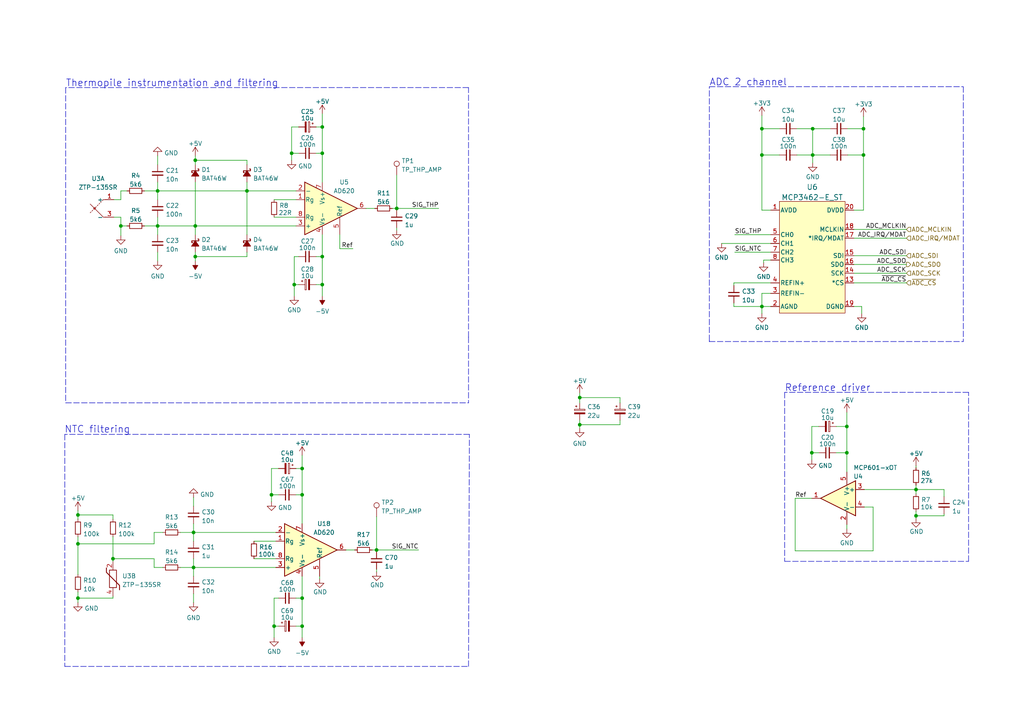
<source format=kicad_sch>
(kicad_sch (version 20211123) (generator eeschema)

  (uuid 183e50de-9848-406d-840e-3306f78ab246)

  (paper "A4")

  (title_block
    (title "Analog")
    (date "2023-04-09")
    (company "David Reinštein")
  )

  (lib_symbols
    (symbol "2023-04-13_20-33-34:MCP3462-E_ST" (pin_names (offset 0.254)) (in_bom yes) (on_board yes)
      (property "Reference" "U" (id 0) (at 27.94 10.16 0)
        (effects (font (size 1.524 1.524)))
      )
      (property "Value" "MCP3462-E/ST" (id 1) (at 27.94 7.62 0)
        (effects (font (size 1.524 1.524)))
      )
      (property "Footprint" "TSSOP20_ST_MCH_MIS" (id 2) (at 0 0 0)
        (effects (font (size 1.27 1.27) italic) hide)
      )
      (property "Datasheet" "MCP3462-E/ST" (id 3) (at 0 0 0)
        (effects (font (size 1.27 1.27) italic) hide)
      )
      (property "ki_locked" "" (id 4) (at 0 0 0)
        (effects (font (size 1.27 1.27)))
      )
      (property "ki_keywords" "MCP3462-E/ST" (id 5) (at 0 0 0)
        (effects (font (size 1.27 1.27)) hide)
      )
      (property "ki_fp_filters" "TSSOP20_ST_MCH_MIS TSSOP20_ST_MCH_MIS-M TSSOP20_ST_MCH_MIS-L" (id 6) (at 0 0 0)
        (effects (font (size 1.27 1.27)) hide)
      )
      (symbol "MCP3462-E_ST_0_1"
        (rectangle (start 19.05 6.35) (end 38.1 -26.035)
          (stroke (width 0.1524) (type default) (color 0 0 0 0))
          (fill (type background))
        )
        (pin power_in line (at 16.51 3.81 0) (length 2.54)
          (name "AVDD" (effects (font (size 1.27 1.27))))
          (number "1" (effects (font (size 1.27 1.27))))
        )
        (pin no_connect line (at 31.115 1.27 180) (length 7.62) hide
          (name "NC" (effects (font (size 1.27 1.27))))
          (number "10" (effects (font (size 1.27 1.27))))
        )
        (pin no_connect line (at 31.115 1.27 180) (length 7.62) hide
          (name "NC" (effects (font (size 1.27 1.27))))
          (number "11" (effects (font (size 1.27 1.27))))
        )
        (pin no_connect line (at 31.115 1.27 180) (length 7.62) hide
          (name "NC" (effects (font (size 1.27 1.27))))
          (number "12" (effects (font (size 1.27 1.27))))
        )
        (pin input line (at 40.64 -17.272 180) (length 2.54)
          (name "*CS" (effects (font (size 1.27 1.27))))
          (number "13" (effects (font (size 1.27 1.27))))
        )
        (pin input line (at 40.64 -14.478 180) (length 2.54)
          (name "SCK" (effects (font (size 1.27 1.27))))
          (number "14" (effects (font (size 1.27 1.27))))
        )
        (pin input line (at 40.64 -9.398 180) (length 2.54)
          (name "SDI" (effects (font (size 1.27 1.27))))
          (number "15" (effects (font (size 1.27 1.27))))
        )
        (pin output line (at 40.64 -11.938 180) (length 2.54)
          (name "SDO" (effects (font (size 1.27 1.27))))
          (number "16" (effects (font (size 1.27 1.27))))
        )
        (pin output line (at 40.64 -4.318 180) (length 2.54)
          (name "*IRQ/MDAT" (effects (font (size 1.27 1.27))))
          (number "17" (effects (font (size 1.27 1.27))))
        )
        (pin bidirectional line (at 40.64 -1.778 180) (length 2.54)
          (name "MCLKIN" (effects (font (size 1.27 1.27))))
          (number "18" (effects (font (size 1.27 1.27))))
        )
        (pin power_out line (at 40.64 -24.13 180) (length 2.54)
          (name "DGND" (effects (font (size 1.27 1.27))))
          (number "19" (effects (font (size 1.27 1.27))))
        )
        (pin power_out line (at 16.51 -24.13 0) (length 2.54)
          (name "AGND" (effects (font (size 1.27 1.27))))
          (number "2" (effects (font (size 1.27 1.27))))
        )
        (pin power_in line (at 40.64 3.81 180) (length 2.54)
          (name "DVDD" (effects (font (size 1.27 1.27))))
          (number "20" (effects (font (size 1.27 1.27))))
        )
        (pin input line (at 16.51 -20.32 0) (length 2.54)
          (name "REFIN-" (effects (font (size 1.27 1.27))))
          (number "3" (effects (font (size 1.27 1.27))))
        )
        (pin input line (at 16.51 -17.272 0) (length 2.54)
          (name "REFIN+" (effects (font (size 1.27 1.27))))
          (number "4" (effects (font (size 1.27 1.27))))
        )
        (pin input line (at 16.51 -3.302 0) (length 2.54)
          (name "CH0" (effects (font (size 1.27 1.27))))
          (number "5" (effects (font (size 1.27 1.27))))
        )
        (pin input line (at 16.51 -5.842 0) (length 2.54)
          (name "CH1" (effects (font (size 1.27 1.27))))
          (number "6" (effects (font (size 1.27 1.27))))
        )
        (pin input line (at 16.51 -8.382 0) (length 2.54)
          (name "CH2" (effects (font (size 1.27 1.27))))
          (number "7" (effects (font (size 1.27 1.27))))
        )
        (pin input line (at 16.51 -10.668 0) (length 2.54)
          (name "CH3" (effects (font (size 1.27 1.27))))
          (number "8" (effects (font (size 1.27 1.27))))
        )
        (pin no_connect line (at 31.115 1.27 180) (length 7.62) hide
          (name "NC" (effects (font (size 1.27 1.27))))
          (number "9" (effects (font (size 1.27 1.27))))
        )
      )
    )
    (symbol "AD620_1" (pin_names (offset 0.127)) (in_bom yes) (on_board yes)
      (property "Reference" "U" (id 0) (at 3.81 7.62 0)
        (effects (font (size 1.27 1.27)))
      )
      (property "Value" "AD620_1" (id 1) (at 5.08 5.08 0)
        (effects (font (size 1.27 1.27)))
      )
      (property "Footprint" "" (id 2) (at 0 0 0)
        (effects (font (size 1.27 1.27)) hide)
      )
      (property "Datasheet" "https://www.analog.com/media/en/technical-documentation/data-sheets/AD620.pdf" (id 3) (at 0 0 0)
        (effects (font (size 1.27 1.27)) hide)
      )
      (property "ki_keywords" "Instrumentation amplifier" (id 4) (at 0 0 0)
        (effects (font (size 1.27 1.27)) hide)
      )
      (property "ki_description" "Low Cost, Low Power, Instrumentation Amplifier, DIP-8/SOIC-8" (id 5) (at 0 0 0)
        (effects (font (size 1.27 1.27)) hide)
      )
      (property "ki_fp_filters" "SOIC*P1.27mm* DIP*W7.62mm*" (id 6) (at 0 0 0)
        (effects (font (size 1.27 1.27)) hide)
      )
      (symbol "AD620_1_0_1"
        (polyline
          (pts
            (xy -7.62 7.62)
            (xy -7.62 -7.62)
            (xy 7.62 0)
            (xy -7.62 7.62)
          )
          (stroke (width 0.254) (type default) (color 0 0 0 0))
          (fill (type background))
        )
      )
      (symbol "AD620_1_1_1"
        (pin passive line (at -10.16 2.54 0) (length 2.54)
          (name "Rg" (effects (font (size 1.27 1.27))))
          (number "1" (effects (font (size 1.27 1.27))))
        )
        (pin input line (at -10.16 5.08 0) (length 2.54)
          (name "-" (effects (font (size 1.27 1.27))))
          (number "2" (effects (font (size 1.27 1.27))))
          (alternate "" input line)
        )
        (pin input line (at -10.16 -5.08 0) (length 2.54)
          (name "+" (effects (font (size 1.27 1.27))))
          (number "3" (effects (font (size 1.27 1.27))))
          (alternate "" input line)
        )
        (pin power_in line (at -2.54 -7.62 90) (length 2.54)
          (name "Vs-" (effects (font (size 1.27 1.27))))
          (number "4" (effects (font (size 1.27 1.27))))
        )
        (pin passive line (at 2.54 -7.62 90) (length 5.08)
          (name "Ref" (effects (font (size 1.27 1.27))))
          (number "5" (effects (font (size 1.27 1.27))))
        )
        (pin output line (at 10.16 0 180) (length 2.54)
          (name "~" (effects (font (size 1.27 1.27))))
          (number "6" (effects (font (size 1.27 1.27))))
        )
        (pin power_in line (at -2.54 7.62 270) (length 2.54)
          (name "Vs+" (effects (font (size 1.27 1.27))))
          (number "7" (effects (font (size 1.27 1.27))))
        )
        (pin passive line (at -10.16 -2.54 0) (length 2.54)
          (name "Rg" (effects (font (size 1.27 1.27))))
          (number "8" (effects (font (size 1.27 1.27))))
        )
      )
    )
    (symbol "Amplifier_Operational:MCP601-xOT" (pin_names (offset 0.127)) (in_bom yes) (on_board yes)
      (property "Reference" "U" (id 0) (at -1.27 6.35 0)
        (effects (font (size 1.27 1.27)) (justify left))
      )
      (property "Value" "MCP601-xOT" (id 1) (at -1.27 3.81 0)
        (effects (font (size 1.27 1.27)) (justify left))
      )
      (property "Footprint" "Package_TO_SOT_SMD:SOT-23-5" (id 2) (at -2.54 -5.08 0)
        (effects (font (size 1.27 1.27)) (justify left) hide)
      )
      (property "Datasheet" "http://ww1.microchip.com/downloads/en/DeviceDoc/21314g.pdf" (id 3) (at 0 5.08 0)
        (effects (font (size 1.27 1.27)) hide)
      )
      (property "ki_keywords" "single opamp" (id 4) (at 0 0 0)
        (effects (font (size 1.27 1.27)) hide)
      )
      (property "ki_description" "Single 2.7V to 6.0V Single Supply CMOS Op Amps, SOT-23-5" (id 5) (at 0 0 0)
        (effects (font (size 1.27 1.27)) hide)
      )
      (property "ki_fp_filters" "SOT?23*" (id 6) (at 0 0 0)
        (effects (font (size 1.27 1.27)) hide)
      )
      (symbol "MCP601-xOT_0_1"
        (polyline
          (pts
            (xy -5.08 5.08)
            (xy 5.08 0)
            (xy -5.08 -5.08)
            (xy -5.08 5.08)
          )
          (stroke (width 0.254) (type default) (color 0 0 0 0))
          (fill (type background))
        )
        (pin power_in line (at -2.54 -7.62 90) (length 3.81)
          (name "V-" (effects (font (size 1.27 1.27))))
          (number "2" (effects (font (size 1.27 1.27))))
        )
        (pin power_in line (at -2.54 7.62 270) (length 3.81)
          (name "V+" (effects (font (size 1.27 1.27))))
          (number "5" (effects (font (size 1.27 1.27))))
        )
      )
      (symbol "MCP601-xOT_1_1"
        (pin output line (at 7.62 0 180) (length 2.54)
          (name "~" (effects (font (size 1.27 1.27))))
          (number "1" (effects (font (size 1.27 1.27))))
        )
        (pin input line (at -7.62 2.54 0) (length 2.54)
          (name "+" (effects (font (size 1.27 1.27))))
          (number "3" (effects (font (size 1.27 1.27))))
        )
        (pin input line (at -7.62 -2.54 0) (length 2.54)
          (name "-" (effects (font (size 1.27 1.27))))
          (number "4" (effects (font (size 1.27 1.27))))
        )
      )
    )
    (symbol "Connector:TestPoint" (pin_numbers hide) (pin_names (offset 0.762) hide) (in_bom yes) (on_board yes)
      (property "Reference" "TP" (id 0) (at 0 6.858 0)
        (effects (font (size 1.27 1.27)))
      )
      (property "Value" "TestPoint" (id 1) (at 0 5.08 0)
        (effects (font (size 1.27 1.27)))
      )
      (property "Footprint" "" (id 2) (at 5.08 0 0)
        (effects (font (size 1.27 1.27)) hide)
      )
      (property "Datasheet" "~" (id 3) (at 5.08 0 0)
        (effects (font (size 1.27 1.27)) hide)
      )
      (property "ki_keywords" "test point tp" (id 4) (at 0 0 0)
        (effects (font (size 1.27 1.27)) hide)
      )
      (property "ki_description" "test point" (id 5) (at 0 0 0)
        (effects (font (size 1.27 1.27)) hide)
      )
      (property "ki_fp_filters" "Pin* Test*" (id 6) (at 0 0 0)
        (effects (font (size 1.27 1.27)) hide)
      )
      (symbol "TestPoint_0_1"
        (circle (center 0 3.302) (radius 0.762)
          (stroke (width 0) (type default) (color 0 0 0 0))
          (fill (type none))
        )
      )
      (symbol "TestPoint_1_1"
        (pin passive line (at 0 0 90) (length 2.54)
          (name "1" (effects (font (size 1.27 1.27))))
          (number "1" (effects (font (size 1.27 1.27))))
        )
      )
    )
    (symbol "Device:C_Polarized_Small" (pin_numbers hide) (pin_names (offset 0.254) hide) (in_bom yes) (on_board yes)
      (property "Reference" "C" (id 0) (at 0.254 1.778 0)
        (effects (font (size 1.27 1.27)) (justify left))
      )
      (property "Value" "C_Polarized_Small" (id 1) (at 0.254 -2.032 0)
        (effects (font (size 1.27 1.27)) (justify left))
      )
      (property "Footprint" "" (id 2) (at 0 0 0)
        (effects (font (size 1.27 1.27)) hide)
      )
      (property "Datasheet" "~" (id 3) (at 0 0 0)
        (effects (font (size 1.27 1.27)) hide)
      )
      (property "ki_keywords" "cap capacitor" (id 4) (at 0 0 0)
        (effects (font (size 1.27 1.27)) hide)
      )
      (property "ki_description" "Polarized capacitor, small symbol" (id 5) (at 0 0 0)
        (effects (font (size 1.27 1.27)) hide)
      )
      (property "ki_fp_filters" "CP_*" (id 6) (at 0 0 0)
        (effects (font (size 1.27 1.27)) hide)
      )
      (symbol "C_Polarized_Small_0_1"
        (rectangle (start -1.524 -0.3048) (end 1.524 -0.6858)
          (stroke (width 0) (type default) (color 0 0 0 0))
          (fill (type outline))
        )
        (rectangle (start -1.524 0.6858) (end 1.524 0.3048)
          (stroke (width 0) (type default) (color 0 0 0 0))
          (fill (type none))
        )
        (polyline
          (pts
            (xy -1.27 1.524)
            (xy -0.762 1.524)
          )
          (stroke (width 0) (type default) (color 0 0 0 0))
          (fill (type none))
        )
        (polyline
          (pts
            (xy -1.016 1.27)
            (xy -1.016 1.778)
          )
          (stroke (width 0) (type default) (color 0 0 0 0))
          (fill (type none))
        )
      )
      (symbol "C_Polarized_Small_1_1"
        (pin passive line (at 0 2.54 270) (length 1.8542)
          (name "~" (effects (font (size 1.27 1.27))))
          (number "1" (effects (font (size 1.27 1.27))))
        )
        (pin passive line (at 0 -2.54 90) (length 1.8542)
          (name "~" (effects (font (size 1.27 1.27))))
          (number "2" (effects (font (size 1.27 1.27))))
        )
      )
    )
    (symbol "Device:C_Small" (pin_numbers hide) (pin_names (offset 0.254) hide) (in_bom yes) (on_board yes)
      (property "Reference" "C" (id 0) (at 0.254 1.778 0)
        (effects (font (size 1.27 1.27)) (justify left))
      )
      (property "Value" "C_Small" (id 1) (at 0.254 -2.032 0)
        (effects (font (size 1.27 1.27)) (justify left))
      )
      (property "Footprint" "" (id 2) (at 0 0 0)
        (effects (font (size 1.27 1.27)) hide)
      )
      (property "Datasheet" "~" (id 3) (at 0 0 0)
        (effects (font (size 1.27 1.27)) hide)
      )
      (property "ki_keywords" "capacitor cap" (id 4) (at 0 0 0)
        (effects (font (size 1.27 1.27)) hide)
      )
      (property "ki_description" "Unpolarized capacitor, small symbol" (id 5) (at 0 0 0)
        (effects (font (size 1.27 1.27)) hide)
      )
      (property "ki_fp_filters" "C_*" (id 6) (at 0 0 0)
        (effects (font (size 1.27 1.27)) hide)
      )
      (symbol "C_Small_0_1"
        (polyline
          (pts
            (xy -1.524 -0.508)
            (xy 1.524 -0.508)
          )
          (stroke (width 0.3302) (type default) (color 0 0 0 0))
          (fill (type none))
        )
        (polyline
          (pts
            (xy -1.524 0.508)
            (xy 1.524 0.508)
          )
          (stroke (width 0.3048) (type default) (color 0 0 0 0))
          (fill (type none))
        )
      )
      (symbol "C_Small_1_1"
        (pin passive line (at 0 2.54 270) (length 2.032)
          (name "~" (effects (font (size 1.27 1.27))))
          (number "1" (effects (font (size 1.27 1.27))))
        )
        (pin passive line (at 0 -2.54 90) (length 2.032)
          (name "~" (effects (font (size 1.27 1.27))))
          (number "2" (effects (font (size 1.27 1.27))))
        )
      )
    )
    (symbol "Device:D_Schottky_Small_Filled" (pin_numbers hide) (pin_names (offset 0.254) hide) (in_bom yes) (on_board yes)
      (property "Reference" "D" (id 0) (at -1.27 2.032 0)
        (effects (font (size 1.27 1.27)) (justify left))
      )
      (property "Value" "D_Schottky_Small_Filled" (id 1) (at -7.112 -2.032 0)
        (effects (font (size 1.27 1.27)) (justify left))
      )
      (property "Footprint" "" (id 2) (at 0 0 90)
        (effects (font (size 1.27 1.27)) hide)
      )
      (property "Datasheet" "~" (id 3) (at 0 0 90)
        (effects (font (size 1.27 1.27)) hide)
      )
      (property "ki_keywords" "diode Schottky" (id 4) (at 0 0 0)
        (effects (font (size 1.27 1.27)) hide)
      )
      (property "ki_description" "Schottky diode, small symbol, filled shape" (id 5) (at 0 0 0)
        (effects (font (size 1.27 1.27)) hide)
      )
      (property "ki_fp_filters" "TO-???* *_Diode_* *SingleDiode* D_*" (id 6) (at 0 0 0)
        (effects (font (size 1.27 1.27)) hide)
      )
      (symbol "D_Schottky_Small_Filled_0_1"
        (polyline
          (pts
            (xy -0.762 0)
            (xy 0.762 0)
          )
          (stroke (width 0) (type default) (color 0 0 0 0))
          (fill (type none))
        )
        (polyline
          (pts
            (xy 0.762 -1.016)
            (xy -0.762 0)
            (xy 0.762 1.016)
            (xy 0.762 -1.016)
          )
          (stroke (width 0.254) (type default) (color 0 0 0 0))
          (fill (type outline))
        )
        (polyline
          (pts
            (xy -1.27 0.762)
            (xy -1.27 1.016)
            (xy -0.762 1.016)
            (xy -0.762 -1.016)
            (xy -0.254 -1.016)
            (xy -0.254 -0.762)
          )
          (stroke (width 0.254) (type default) (color 0 0 0 0))
          (fill (type none))
        )
      )
      (symbol "D_Schottky_Small_Filled_1_1"
        (pin passive line (at -2.54 0 0) (length 1.778)
          (name "K" (effects (font (size 1.27 1.27))))
          (number "1" (effects (font (size 1.27 1.27))))
        )
        (pin passive line (at 2.54 0 180) (length 1.778)
          (name "A" (effects (font (size 1.27 1.27))))
          (number "2" (effects (font (size 1.27 1.27))))
        )
      )
    )
    (symbol "Device:R_Small" (pin_numbers hide) (pin_names (offset 0.254) hide) (in_bom yes) (on_board yes)
      (property "Reference" "R" (id 0) (at 0.762 0.508 0)
        (effects (font (size 1.27 1.27)) (justify left))
      )
      (property "Value" "R_Small" (id 1) (at 0.762 -1.016 0)
        (effects (font (size 1.27 1.27)) (justify left))
      )
      (property "Footprint" "" (id 2) (at 0 0 0)
        (effects (font (size 1.27 1.27)) hide)
      )
      (property "Datasheet" "~" (id 3) (at 0 0 0)
        (effects (font (size 1.27 1.27)) hide)
      )
      (property "ki_keywords" "R resistor" (id 4) (at 0 0 0)
        (effects (font (size 1.27 1.27)) hide)
      )
      (property "ki_description" "Resistor, small symbol" (id 5) (at 0 0 0)
        (effects (font (size 1.27 1.27)) hide)
      )
      (property "ki_fp_filters" "R_*" (id 6) (at 0 0 0)
        (effects (font (size 1.27 1.27)) hide)
      )
      (symbol "R_Small_0_1"
        (rectangle (start -0.762 1.778) (end 0.762 -1.778)
          (stroke (width 0.2032) (type default) (color 0 0 0 0))
          (fill (type none))
        )
      )
      (symbol "R_Small_1_1"
        (pin passive line (at 0 2.54 270) (length 0.762)
          (name "~" (effects (font (size 1.27 1.27))))
          (number "1" (effects (font (size 1.27 1.27))))
        )
        (pin passive line (at 0 -2.54 90) (length 0.762)
          (name "~" (effects (font (size 1.27 1.27))))
          (number "2" (effects (font (size 1.27 1.27))))
        )
      )
    )
    (symbol "THP_lib:ZTP-135SR" (in_bom yes) (on_board yes)
      (property "Reference" "U" (id 0) (at -6.985 7.62 0)
        (effects (font (size 1.27 1.27)))
      )
      (property "Value" "ZTP-135SR" (id 1) (at -6.985 5.715 0)
        (effects (font (size 1.27 1.27)))
      )
      (property "Footprint" "" (id 2) (at -5.969 -1.651 0)
        (effects (font (size 1.27 1.27)) hide)
      )
      (property "Datasheet" "" (id 3) (at -5.969 -1.651 0)
        (effects (font (size 1.27 1.27)) hide)
      )
      (property "ki_locked" "" (id 4) (at 0 0 0)
        (effects (font (size 1.27 1.27)))
      )
      (symbol "ZTP-135SR_1_1"
        (circle (center -10.668 -0.635) (radius 0.254)
          (stroke (width 0) (type default) (color 0 0 0 0))
          (fill (type outline))
        )
        (polyline
          (pts
            (xy -11.684 -1.651)
            (xy -11.938 -1.905)
          )
          (stroke (width 0) (type default) (color 0 0 0 0))
          (fill (type none))
        )
        (polyline
          (pts
            (xy -11.176 -1.143)
            (xy -11.43 -1.397)
          )
          (stroke (width 0) (type default) (color 0 0 0 0))
          (fill (type none))
        )
        (polyline
          (pts
            (xy -10.668 -0.635)
            (xy -10.922 -0.889)
          )
          (stroke (width 0) (type default) (color 0 0 0 0))
          (fill (type none))
        )
        (polyline
          (pts
            (xy -10.16 -0.127)
            (xy -10.414 -0.381)
          )
          (stroke (width 0) (type default) (color 0 0 0 0))
          (fill (type none))
        )
        (polyline
          (pts
            (xy -9.652 0.381)
            (xy -9.906 0.127)
          )
          (stroke (width 0) (type default) (color 0 0 0 0))
          (fill (type none))
        )
        (polyline
          (pts
            (xy -9.144 0.889)
            (xy -9.398 0.635)
          )
          (stroke (width 0) (type default) (color 0 0 0 0))
          (fill (type none))
        )
        (polyline
          (pts
            (xy -8.636 1.397)
            (xy -8.89 1.143)
          )
          (stroke (width 0) (type default) (color 0 0 0 0))
          (fill (type none))
        )
        (polyline
          (pts
            (xy -8.128 1.905)
            (xy -8.382 1.651)
          )
          (stroke (width 0) (type default) (color 0 0 0 0))
          (fill (type none))
        )
        (polyline
          (pts
            (xy -7.62 -3.175)
            (xy -7.874 -3.175)
          )
          (stroke (width 0) (type default) (color 0 0 0 0))
          (fill (type none))
        )
        (polyline
          (pts
            (xy -7.62 1.905)
            (xy -8.128 1.905)
          )
          (stroke (width 0) (type default) (color 0 0 0 0))
          (fill (type none))
        )
        (polyline
          (pts
            (xy -7.366 -3.175)
            (xy -8.128 -3.175)
            (xy -11.938 0.635)
          )
          (stroke (width 0) (type default) (color 0 0 0 0))
          (fill (type none))
        )
        (pin passive line (at -5.08 1.905 180) (length 2.54)
          (name "+" (effects (font (size 1.27 1.27))))
          (number "1" (effects (font (size 1.27 1.27))))
        )
        (pin passive line (at -5.08 -3.175 180) (length 2.54)
          (name "-" (effects (font (size 1.27 1.27))))
          (number "3" (effects (font (size 1.27 1.27))))
        )
      )
      (symbol "ZTP-135SR_2_1"
        (rectangle (start -1.016 2.54) (end 1.016 -2.54)
          (stroke (width 0.2032) (type default) (color 0 0 0 0))
          (fill (type none))
        )
        (polyline
          (pts
            (xy -1.905 3.175)
            (xy -1.905 1.905)
            (xy 1.905 -1.905)
            (xy 1.905 -3.175)
            (xy 1.905 -3.175)
          )
          (stroke (width 0.254) (type default) (color 0 0 0 0))
          (fill (type none))
        )
        (pin passive line (at 0 5.08 270) (length 2.54)
          (name "~" (effects (font (size 1.27 1.27))))
          (number "2" (effects (font (size 1.27 1.27))))
        )
        (pin passive line (at 0 -5.08 90) (length 2.54)
          (name "~" (effects (font (size 1.27 1.27))))
          (number "4" (effects (font (size 1.27 1.27))))
        )
      )
    )
    (symbol "ZTP-135SR_1" (in_bom yes) (on_board yes)
      (property "Reference" "U" (id 0) (at -6.985 7.62 0)
        (effects (font (size 1.27 1.27)))
      )
      (property "Value" "ZTP-135SR_1" (id 1) (at -6.985 5.715 0)
        (effects (font (size 1.27 1.27)))
      )
      (property "Footprint" "" (id 2) (at -5.969 -1.651 0)
        (effects (font (size 1.27 1.27)) hide)
      )
      (property "Datasheet" "" (id 3) (at -5.969 -1.651 0)
        (effects (font (size 1.27 1.27)) hide)
      )
      (property "ki_locked" "" (id 4) (at 0 0 0)
        (effects (font (size 1.27 1.27)))
      )
      (symbol "ZTP-135SR_1_1_1"
        (circle (center -10.668 -0.635) (radius 0.254)
          (stroke (width 0) (type default) (color 0 0 0 0))
          (fill (type outline))
        )
        (polyline
          (pts
            (xy -11.684 -1.651)
            (xy -11.938 -1.905)
          )
          (stroke (width 0) (type default) (color 0 0 0 0))
          (fill (type none))
        )
        (polyline
          (pts
            (xy -11.176 -1.143)
            (xy -11.43 -1.397)
          )
          (stroke (width 0) (type default) (color 0 0 0 0))
          (fill (type none))
        )
        (polyline
          (pts
            (xy -10.668 -0.635)
            (xy -10.922 -0.889)
          )
          (stroke (width 0) (type default) (color 0 0 0 0))
          (fill (type none))
        )
        (polyline
          (pts
            (xy -10.16 -0.127)
            (xy -10.414 -0.381)
          )
          (stroke (width 0) (type default) (color 0 0 0 0))
          (fill (type none))
        )
        (polyline
          (pts
            (xy -9.652 0.381)
            (xy -9.906 0.127)
          )
          (stroke (width 0) (type default) (color 0 0 0 0))
          (fill (type none))
        )
        (polyline
          (pts
            (xy -9.144 0.889)
            (xy -9.398 0.635)
          )
          (stroke (width 0) (type default) (color 0 0 0 0))
          (fill (type none))
        )
        (polyline
          (pts
            (xy -8.636 1.397)
            (xy -8.89 1.143)
          )
          (stroke (width 0) (type default) (color 0 0 0 0))
          (fill (type none))
        )
        (polyline
          (pts
            (xy -8.128 1.905)
            (xy -8.382 1.651)
          )
          (stroke (width 0) (type default) (color 0 0 0 0))
          (fill (type none))
        )
        (polyline
          (pts
            (xy -7.62 -3.175)
            (xy -7.874 -3.175)
          )
          (stroke (width 0) (type default) (color 0 0 0 0))
          (fill (type none))
        )
        (polyline
          (pts
            (xy -7.62 1.905)
            (xy -8.128 1.905)
          )
          (stroke (width 0) (type default) (color 0 0 0 0))
          (fill (type none))
        )
        (polyline
          (pts
            (xy -7.366 -3.175)
            (xy -8.128 -3.175)
            (xy -11.938 0.635)
          )
          (stroke (width 0) (type default) (color 0 0 0 0))
          (fill (type none))
        )
        (pin passive line (at -5.08 1.905 180) (length 2.54)
          (name "+" (effects (font (size 1.27 1.27))))
          (number "1" (effects (font (size 1.27 1.27))))
        )
        (pin passive line (at -5.08 -3.175 180) (length 2.54)
          (name "-" (effects (font (size 1.27 1.27))))
          (number "3" (effects (font (size 1.27 1.27))))
        )
      )
      (symbol "ZTP-135SR_1_2_1"
        (rectangle (start -1.016 2.54) (end 1.016 -2.54)
          (stroke (width 0.2032) (type default) (color 0 0 0 0))
          (fill (type none))
        )
        (polyline
          (pts
            (xy -1.905 3.175)
            (xy -1.905 1.905)
            (xy 1.905 -1.905)
            (xy 1.905 -3.175)
            (xy 1.905 -3.175)
          )
          (stroke (width 0.254) (type default) (color 0 0 0 0))
          (fill (type none))
        )
        (pin passive line (at 0 5.08 270) (length 2.54)
          (name "~" (effects (font (size 1.27 1.27))))
          (number "2" (effects (font (size 1.27 1.27))))
        )
        (pin passive line (at 0 -5.08 90) (length 2.54)
          (name "~" (effects (font (size 1.27 1.27))))
          (number "4" (effects (font (size 1.27 1.27))))
        )
      )
    )
    (symbol "power:+3V3" (power) (pin_names (offset 0)) (in_bom yes) (on_board yes)
      (property "Reference" "#PWR" (id 0) (at 0 -3.81 0)
        (effects (font (size 1.27 1.27)) hide)
      )
      (property "Value" "+3V3" (id 1) (at 0 3.556 0)
        (effects (font (size 1.27 1.27)))
      )
      (property "Footprint" "" (id 2) (at 0 0 0)
        (effects (font (size 1.27 1.27)) hide)
      )
      (property "Datasheet" "" (id 3) (at 0 0 0)
        (effects (font (size 1.27 1.27)) hide)
      )
      (property "ki_keywords" "power-flag" (id 4) (at 0 0 0)
        (effects (font (size 1.27 1.27)) hide)
      )
      (property "ki_description" "Power symbol creates a global label with name \"+3V3\"" (id 5) (at 0 0 0)
        (effects (font (size 1.27 1.27)) hide)
      )
      (symbol "+3V3_0_1"
        (polyline
          (pts
            (xy -0.762 1.27)
            (xy 0 2.54)
          )
          (stroke (width 0) (type default) (color 0 0 0 0))
          (fill (type none))
        )
        (polyline
          (pts
            (xy 0 0)
            (xy 0 2.54)
          )
          (stroke (width 0) (type default) (color 0 0 0 0))
          (fill (type none))
        )
        (polyline
          (pts
            (xy 0 2.54)
            (xy 0.762 1.27)
          )
          (stroke (width 0) (type default) (color 0 0 0 0))
          (fill (type none))
        )
      )
      (symbol "+3V3_1_1"
        (pin power_in line (at 0 0 90) (length 0) hide
          (name "+3V3" (effects (font (size 1.27 1.27))))
          (number "1" (effects (font (size 1.27 1.27))))
        )
      )
    )
    (symbol "power:+5V" (power) (pin_names (offset 0)) (in_bom yes) (on_board yes)
      (property "Reference" "#PWR" (id 0) (at 0 -3.81 0)
        (effects (font (size 1.27 1.27)) hide)
      )
      (property "Value" "+5V" (id 1) (at 0 3.556 0)
        (effects (font (size 1.27 1.27)))
      )
      (property "Footprint" "" (id 2) (at 0 0 0)
        (effects (font (size 1.27 1.27)) hide)
      )
      (property "Datasheet" "" (id 3) (at 0 0 0)
        (effects (font (size 1.27 1.27)) hide)
      )
      (property "ki_keywords" "power-flag" (id 4) (at 0 0 0)
        (effects (font (size 1.27 1.27)) hide)
      )
      (property "ki_description" "Power symbol creates a global label with name \"+5V\"" (id 5) (at 0 0 0)
        (effects (font (size 1.27 1.27)) hide)
      )
      (symbol "+5V_0_1"
        (polyline
          (pts
            (xy -0.762 1.27)
            (xy 0 2.54)
          )
          (stroke (width 0) (type default) (color 0 0 0 0))
          (fill (type none))
        )
        (polyline
          (pts
            (xy 0 0)
            (xy 0 2.54)
          )
          (stroke (width 0) (type default) (color 0 0 0 0))
          (fill (type none))
        )
        (polyline
          (pts
            (xy 0 2.54)
            (xy 0.762 1.27)
          )
          (stroke (width 0) (type default) (color 0 0 0 0))
          (fill (type none))
        )
      )
      (symbol "+5V_1_1"
        (pin power_in line (at 0 0 90) (length 0) hide
          (name "+5V" (effects (font (size 1.27 1.27))))
          (number "1" (effects (font (size 1.27 1.27))))
        )
      )
    )
    (symbol "power:-5V" (power) (pin_names (offset 0)) (in_bom yes) (on_board yes)
      (property "Reference" "#PWR" (id 0) (at 0 2.54 0)
        (effects (font (size 1.27 1.27)) hide)
      )
      (property "Value" "-5V" (id 1) (at 0 3.81 0)
        (effects (font (size 1.27 1.27)))
      )
      (property "Footprint" "" (id 2) (at 0 0 0)
        (effects (font (size 1.27 1.27)) hide)
      )
      (property "Datasheet" "" (id 3) (at 0 0 0)
        (effects (font (size 1.27 1.27)) hide)
      )
      (property "ki_keywords" "power-flag" (id 4) (at 0 0 0)
        (effects (font (size 1.27 1.27)) hide)
      )
      (property "ki_description" "Power symbol creates a global label with name \"-5V\"" (id 5) (at 0 0 0)
        (effects (font (size 1.27 1.27)) hide)
      )
      (symbol "-5V_0_0"
        (pin power_in line (at 0 0 90) (length 0) hide
          (name "-5V" (effects (font (size 1.27 1.27))))
          (number "1" (effects (font (size 1.27 1.27))))
        )
      )
      (symbol "-5V_0_1"
        (polyline
          (pts
            (xy 0 0)
            (xy 0 1.27)
            (xy 0.762 1.27)
            (xy 0 2.54)
            (xy -0.762 1.27)
            (xy 0 1.27)
          )
          (stroke (width 0) (type default) (color 0 0 0 0))
          (fill (type outline))
        )
      )
    )
    (symbol "power:GND" (power) (pin_names (offset 0)) (in_bom yes) (on_board yes)
      (property "Reference" "#PWR" (id 0) (at 0 -6.35 0)
        (effects (font (size 1.27 1.27)) hide)
      )
      (property "Value" "GND" (id 1) (at 0 -3.81 0)
        (effects (font (size 1.27 1.27)))
      )
      (property "Footprint" "" (id 2) (at 0 0 0)
        (effects (font (size 1.27 1.27)) hide)
      )
      (property "Datasheet" "" (id 3) (at 0 0 0)
        (effects (font (size 1.27 1.27)) hide)
      )
      (property "ki_keywords" "power-flag" (id 4) (at 0 0 0)
        (effects (font (size 1.27 1.27)) hide)
      )
      (property "ki_description" "Power symbol creates a global label with name \"GND\" , ground" (id 5) (at 0 0 0)
        (effects (font (size 1.27 1.27)) hide)
      )
      (symbol "GND_0_1"
        (polyline
          (pts
            (xy 0 0)
            (xy 0 -1.27)
            (xy 1.27 -1.27)
            (xy 0 -2.54)
            (xy -1.27 -1.27)
            (xy 0 -1.27)
          )
          (stroke (width 0) (type default) (color 0 0 0 0))
          (fill (type none))
        )
      )
      (symbol "GND_1_1"
        (pin power_in line (at 0 0 270) (length 0) hide
          (name "GND" (effects (font (size 1.27 1.27))))
          (number "1" (effects (font (size 1.27 1.27))))
        )
      )
    )
  )


  (junction (at 265.684 141.986) (diameter 0) (color 0 0 0 0)
    (uuid 00cfe737-f7c0-4730-a69a-53c7a1ee45c8)
  )
  (junction (at 245.618 123.698) (diameter 0) (color 0 0 0 0)
    (uuid 02ff2056-988e-4a71-98e7-8ddbba4a1982)
  )
  (junction (at 265.684 149.606) (diameter 0) (color 0 0 0 0)
    (uuid 177562a8-0f9d-4815-bd20-50ef9417a820)
  )
  (junction (at 85.344 82.55) (diameter 0) (color 0 0 0 0)
    (uuid 17b7d7f0-485c-4802-9e9a-0c0c818d9755)
  )
  (junction (at 22.606 149.352) (diameter 0) (color 0 0 0 0)
    (uuid 23532dd9-2a3c-4a77-b4a9-41a4ea105219)
  )
  (junction (at 245.618 131.318) (diameter 0) (color 0 0 0 0)
    (uuid 24304898-d7f0-4e70-a940-312af2a19e86)
  )
  (junction (at 87.63 181.61) (diameter 0) (color 0 0 0 0)
    (uuid 2488a82f-03eb-4709-960b-8b2250378306)
  )
  (junction (at 235.712 44.958) (diameter 0) (color 0 0 0 0)
    (uuid 26811285-5b48-4757-acc5-e10d5972fee5)
  )
  (junction (at 115.062 60.452) (diameter 0) (color 0 0 0 0)
    (uuid 29753538-7d55-477b-9253-3debebc526cd)
  )
  (junction (at 220.98 44.958) (diameter 0) (color 0 0 0 0)
    (uuid 2edc0a97-434e-4da4-bbea-b9a9be8b3811)
  )
  (junction (at 22.606 173.482) (diameter 0) (color 0 0 0 0)
    (uuid 311ca631-4196-429f-803d-435b9d28a891)
  )
  (junction (at 87.63 135.89) (diameter 0) (color 0 0 0 0)
    (uuid 38e6ad40-7e30-4c6a-88d2-3b783cf2cb89)
  )
  (junction (at 45.72 65.532) (diameter 0) (color 0 0 0 0)
    (uuid 3c460a28-5a05-4d91-995f-57642dece2df)
  )
  (junction (at 93.472 82.55) (diameter 0) (color 0 0 0 0)
    (uuid 44ccf97a-d4a0-44dc-843e-2093b38003f2)
  )
  (junction (at 220.98 37.338) (diameter 0) (color 0 0 0 0)
    (uuid 530487b7-2af3-49ea-b209-ac000f07662b)
  )
  (junction (at 71.628 55.372) (diameter 0) (color 0 0 0 0)
    (uuid 53ad9aaf-aba0-4812-b300-5fdb72f7f2dd)
  )
  (junction (at 93.472 36.83) (diameter 0) (color 0 0 0 0)
    (uuid 57c5ef42-e1e6-45b2-9547-24bd0485dc14)
  )
  (junction (at 168.148 115.316) (diameter 0) (color 0 0 0 0)
    (uuid 636053bd-828b-4ad9-a1b1-460c17692a48)
  )
  (junction (at 109.22 159.512) (diameter 0) (color 0 0 0 0)
    (uuid 6a02a71a-46ab-4be0-8195-033f8ed3146b)
  )
  (junction (at 220.98 88.9) (diameter 0) (color 0 0 0 0)
    (uuid 70501afc-d5fa-4689-ad3e-0880725d95b6)
  )
  (junction (at 56.134 164.592) (diameter 0) (color 0 0 0 0)
    (uuid 78ec98ce-5216-488b-95cb-f22aa11741ad)
  )
  (junction (at 56.642 74.422) (diameter 0) (color 0 0 0 0)
    (uuid 81b1cf55-cd73-4694-bb34-ca570187ad92)
  )
  (junction (at 56.642 65.532) (diameter 0) (color 0 0 0 0)
    (uuid 8389491d-4c23-43d6-8d25-6093b8879586)
  )
  (junction (at 32.766 162.052) (diameter 0) (color 0 0 0 0)
    (uuid 86a11341-f113-4697-8e77-e24095886a0d)
  )
  (junction (at 93.472 74.422) (diameter 0) (color 0 0 0 0)
    (uuid 9b5a263f-4d00-4478-b9cf-1aacb0151578)
  )
  (junction (at 250.444 44.958) (diameter 0) (color 0 0 0 0)
    (uuid 9d507ca7-5733-461b-816b-b1cfdeab69ff)
  )
  (junction (at 235.712 37.338) (diameter 0) (color 0 0 0 0)
    (uuid a13e5b7c-944a-42f7-a2f8-0c587fc6644a)
  )
  (junction (at 168.148 123.19) (diameter 0) (color 0 0 0 0)
    (uuid a75b4db1-ca08-4111-a21e-4944eed4227a)
  )
  (junction (at 84.582 44.45) (diameter 0) (color 0 0 0 0)
    (uuid a9070422-603d-4f53-a958-4a16a91de5bb)
  )
  (junction (at 56.642 46.482) (diameter 0) (color 0 0 0 0)
    (uuid aa4066d4-0198-4561-962d-a9390475ad3b)
  )
  (junction (at 56.134 154.432) (diameter 0) (color 0 0 0 0)
    (uuid ae690f72-4ce2-40ce-bbf1-3718296dcf6d)
  )
  (junction (at 45.72 55.372) (diameter 0) (color 0 0 0 0)
    (uuid aedb0d94-7b7c-4aa1-901e-7ceef8ce7376)
  )
  (junction (at 35.052 65.532) (diameter 0) (color 0 0 0 0)
    (uuid bc3f1775-91f7-49c7-bd7a-76e415d37614)
  )
  (junction (at 93.472 44.45) (diameter 0) (color 0 0 0 0)
    (uuid c33e5491-29b2-48a4-8011-19c5ca5d2ad9)
  )
  (junction (at 78.74 143.51) (diameter 0) (color 0 0 0 0)
    (uuid ced55bc9-5e94-4877-a029-58e3df4be066)
  )
  (junction (at 235.458 131.318) (diameter 0) (color 0 0 0 0)
    (uuid cef73757-acc0-49ee-ad7a-c7004c58ee3e)
  )
  (junction (at 22.606 157.734) (diameter 0) (color 0 0 0 0)
    (uuid d1922507-4e06-43cc-b004-1811029febfd)
  )
  (junction (at 250.444 37.338) (diameter 0) (color 0 0 0 0)
    (uuid d1b1509f-267a-4b7f-ba4e-845b11bf3ae9)
  )
  (junction (at 87.63 173.482) (diameter 0) (color 0 0 0 0)
    (uuid dc26b501-8192-466b-a95a-b298277ee422)
  )
  (junction (at 87.63 143.51) (diameter 0) (color 0 0 0 0)
    (uuid f4364819-67c6-4dd9-9f88-549351b8ce33)
  )
  (junction (at 79.502 181.61) (diameter 0) (color 0 0 0 0)
    (uuid f5b04cfc-b960-4d7b-b163-36b69198f52f)
  )

  (wire (pts (xy 22.606 148.082) (xy 22.606 149.352))
    (stroke (width 0) (type default) (color 0 0 0 0))
    (uuid 000c5b49-3242-410c-b2e1-65bccef1641c)
  )
  (wire (pts (xy 212.852 82.042) (xy 212.852 82.804))
    (stroke (width 0) (type default) (color 0 0 0 0))
    (uuid 008da195-e5a4-4e04-b0a7-f64e0b0b4c8e)
  )
  (wire (pts (xy 87.63 132.08) (xy 87.63 135.89))
    (stroke (width 0) (type default) (color 0 0 0 0))
    (uuid 00eb8e6e-10cf-4c58-96d1-4b97dda8db97)
  )
  (polyline (pts (xy 135.89 97.79) (xy 135.89 116.84))
    (stroke (width 0) (type default) (color 0 0 0 0))
    (uuid 02eb2089-25c9-4bff-b4c2-81e2d701bfcd)
  )
  (polyline (pts (xy 135.89 97.79) (xy 135.89 25.4))
    (stroke (width 0) (type default) (color 0 0 0 0))
    (uuid 02fb3ee1-f595-48a4-bec0-05a0cfa3a8de)
  )

  (wire (pts (xy 79.502 57.912) (xy 85.852 57.912))
    (stroke (width 0) (type default) (color 0 0 0 0))
    (uuid 038f8a1b-d267-4609-8601-c35f3d14d631)
  )
  (wire (pts (xy 71.628 74.422) (xy 56.642 74.422))
    (stroke (width 0) (type default) (color 0 0 0 0))
    (uuid 052a5792-b2d2-4288-abaa-65ac780a6b0b)
  )
  (polyline (pts (xy 135.89 25.4) (xy 19.05 25.4))
    (stroke (width 0) (type default) (color 0 0 0 0))
    (uuid 08004ac8-2b9a-444d-9a16-35dac156338e)
  )

  (wire (pts (xy 71.628 55.372) (xy 71.628 68.072))
    (stroke (width 0) (type default) (color 0 0 0 0))
    (uuid 081dbc6c-ddd7-4109-a9c4-366e6a484636)
  )
  (wire (pts (xy 250.444 37.338) (xy 250.444 33.782))
    (stroke (width 0) (type default) (color 0 0 0 0))
    (uuid 084d9f6d-74f8-4cb7-9300-5167432df4fe)
  )
  (wire (pts (xy 221.488 76.2) (xy 221.488 75.438))
    (stroke (width 0) (type default) (color 0 0 0 0))
    (uuid 0a6e91d0-1da3-4fbb-8468-dd59e160d070)
  )
  (wire (pts (xy 253.238 159.766) (xy 230.632 159.766))
    (stroke (width 0) (type default) (color 0 0 0 0))
    (uuid 0b2b2db5-0ae4-4c64-b8e0-2b048eb7cc9e)
  )
  (wire (pts (xy 87.63 143.51) (xy 87.63 151.892))
    (stroke (width 0) (type default) (color 0 0 0 0))
    (uuid 0e05e293-c8a2-4068-9aef-44f800815402)
  )
  (wire (pts (xy 220.98 44.958) (xy 220.98 37.338))
    (stroke (width 0) (type default) (color 0 0 0 0))
    (uuid 0e783c0a-4592-4c6d-acbd-9e6a8b1f6ad2)
  )
  (wire (pts (xy 56.642 74.422) (xy 56.642 73.152))
    (stroke (width 0) (type default) (color 0 0 0 0))
    (uuid 0e7ed724-8b48-4907-ad2e-601350636e2d)
  )
  (wire (pts (xy 231.14 44.958) (xy 235.712 44.958))
    (stroke (width 0) (type default) (color 0 0 0 0))
    (uuid 106ca3a4-d416-4658-a218-1c54b57ccbf8)
  )
  (polyline (pts (xy 81.28 193.294) (xy 135.89 193.294))
    (stroke (width 0) (type default) (color 0 0 0 0))
    (uuid 10bcb92c-ab49-41dc-9982-f5db7b385d16)
  )

  (wire (pts (xy 41.91 55.372) (xy 45.72 55.372))
    (stroke (width 0) (type default) (color 0 0 0 0))
    (uuid 1125da66-ffed-415f-b36a-2c8ae46d59de)
  )
  (wire (pts (xy 115.062 60.96) (xy 115.062 60.452))
    (stroke (width 0) (type default) (color 0 0 0 0))
    (uuid 1285cbf9-f53f-442c-8382-440fa09c1075)
  )
  (polyline (pts (xy 280.924 113.792) (xy 227.584 113.792))
    (stroke (width 0) (type default) (color 0 0 0 0))
    (uuid 12af8af7-f9db-4fdd-aea7-aca14d77a6a2)
  )

  (wire (pts (xy 250.444 44.958) (xy 250.444 37.338))
    (stroke (width 0) (type default) (color 0 0 0 0))
    (uuid 1587eabf-f89d-4786-9ec3-6c7f621ee6d5)
  )
  (wire (pts (xy 220.98 44.958) (xy 226.06 44.958))
    (stroke (width 0) (type default) (color 0 0 0 0))
    (uuid 159373f3-89c5-4f93-b97c-1064984f2ad1)
  )
  (wire (pts (xy 44.704 154.432) (xy 47.244 154.432))
    (stroke (width 0) (type default) (color 0 0 0 0))
    (uuid 172bde93-e13d-4089-80f3-4a8cb383312d)
  )
  (wire (pts (xy 45.72 52.832) (xy 45.72 55.372))
    (stroke (width 0) (type default) (color 0 0 0 0))
    (uuid 174c7a3f-7dc0-4672-84d3-8fae396afee3)
  )
  (polyline (pts (xy 279.4 25.146) (xy 279.4 99.06))
    (stroke (width 0) (type default) (color 0 0 0 0))
    (uuid 17e5865a-69b3-4d3b-969e-c08f288a85a9)
  )
  (polyline (pts (xy 205.74 99.06) (xy 205.74 99.06))
    (stroke (width 0) (type default) (color 0 0 0 0))
    (uuid 18c6771f-bbcf-49b1-b3fd-fdca3b2e47d9)
  )
  (polyline (pts (xy 19.05 25.4) (xy 19.05 116.84))
    (stroke (width 0) (type default) (color 0 0 0 0))
    (uuid 19d7bae7-3d7c-41da-ad72-9d305eab252b)
  )

  (wire (pts (xy 265.684 141.986) (xy 265.684 140.716))
    (stroke (width 0) (type default) (color 0 0 0 0))
    (uuid 1a134d2d-ee1b-4898-b6e5-6f4ccd697090)
  )
  (wire (pts (xy 73.66 162.052) (xy 80.01 162.052))
    (stroke (width 0) (type default) (color 0 0 0 0))
    (uuid 1a30429d-d58d-4b16-a724-b2d6320ecaea)
  )
  (wire (pts (xy 80.772 173.482) (xy 79.502 173.482))
    (stroke (width 0) (type default) (color 0 0 0 0))
    (uuid 1b91ad28-c898-4ad7-b03d-a3bc12696b21)
  )
  (wire (pts (xy 56.642 74.422) (xy 56.642 75.692))
    (stroke (width 0) (type default) (color 0 0 0 0))
    (uuid 1bf55d25-8b20-4985-98b9-369554d1b04d)
  )
  (wire (pts (xy 209.296 70.612) (xy 223.52 70.612))
    (stroke (width 0) (type default) (color 0 0 0 0))
    (uuid 1e0a6e01-226c-4fff-bed0-fdc085d5eda7)
  )
  (wire (pts (xy 80.772 135.89) (xy 78.74 135.89))
    (stroke (width 0) (type default) (color 0 0 0 0))
    (uuid 1e0ce827-aca6-4300-af20-c086b48415ed)
  )
  (wire (pts (xy 231.14 37.338) (xy 235.712 37.338))
    (stroke (width 0) (type default) (color 0 0 0 0))
    (uuid 1e74a032-ef03-4de8-98c4-25ced4f327bb)
  )
  (wire (pts (xy 220.98 85.09) (xy 220.98 88.9))
    (stroke (width 0) (type default) (color 0 0 0 0))
    (uuid 20720488-8a78-4614-b083-54e003114525)
  )
  (wire (pts (xy 109.22 160.02) (xy 109.22 159.512))
    (stroke (width 0) (type default) (color 0 0 0 0))
    (uuid 227feae2-09c8-4b09-aa11-4bca8b4a5637)
  )
  (wire (pts (xy 245.872 44.958) (xy 250.444 44.958))
    (stroke (width 0) (type default) (color 0 0 0 0))
    (uuid 25a82876-74f2-4dcd-8fa4-19cef30d26c6)
  )
  (wire (pts (xy 56.134 151.892) (xy 56.134 154.432))
    (stroke (width 0) (type default) (color 0 0 0 0))
    (uuid 26e737da-82ba-45e9-bbf9-edd606a79544)
  )
  (polyline (pts (xy 205.74 25.146) (xy 279.4 25.146))
    (stroke (width 0) (type default) (color 0 0 0 0))
    (uuid 2b9cdc40-6412-4040-b6d4-185c74bc9beb)
  )

  (wire (pts (xy 100.33 159.512) (xy 102.87 159.512))
    (stroke (width 0) (type default) (color 0 0 0 0))
    (uuid 2c7c500c-257b-4357-a36d-cb3cc51d77e4)
  )
  (wire (pts (xy 79.502 181.61) (xy 80.772 181.61))
    (stroke (width 0) (type default) (color 0 0 0 0))
    (uuid 2dde9322-9a7f-4db5-993d-9b4d62b71f97)
  )
  (wire (pts (xy 56.134 172.212) (xy 56.134 174.752))
    (stroke (width 0) (type default) (color 0 0 0 0))
    (uuid 2ec2f8c8-cfc6-4269-bf71-118402803d6b)
  )
  (wire (pts (xy 245.618 131.318) (xy 245.618 136.906))
    (stroke (width 0) (type default) (color 0 0 0 0))
    (uuid 3008fc1e-2997-4579-b5ea-6b674f353f86)
  )
  (wire (pts (xy 91.694 74.422) (xy 93.472 74.422))
    (stroke (width 0) (type default) (color 0 0 0 0))
    (uuid 303538b6-77f5-4fbf-bd6c-631f8fa4b4f5)
  )
  (wire (pts (xy 71.628 55.372) (xy 85.852 55.372))
    (stroke (width 0) (type default) (color 0 0 0 0))
    (uuid 31c05496-bb3d-4edb-a809-1f7b4f21b13b)
  )
  (polyline (pts (xy 205.74 99.06) (xy 205.74 98.806))
    (stroke (width 0) (type default) (color 0 0 0 0))
    (uuid 329ce652-4d75-42c4-a816-b498b0391894)
  )

  (wire (pts (xy 52.324 154.432) (xy 56.134 154.432))
    (stroke (width 0) (type default) (color 0 0 0 0))
    (uuid 334d1c4f-98d5-415d-b773-20da0208659a)
  )
  (wire (pts (xy 168.148 116.84) (xy 168.148 115.316))
    (stroke (width 0) (type default) (color 0 0 0 0))
    (uuid 33dc4718-3702-44ae-bce8-35f4e6a21025)
  )
  (wire (pts (xy 93.472 74.422) (xy 93.472 82.55))
    (stroke (width 0) (type default) (color 0 0 0 0))
    (uuid 34174cac-f94b-42d3-b880-0d6155b5d937)
  )
  (wire (pts (xy 35.052 62.992) (xy 35.052 65.532))
    (stroke (width 0) (type default) (color 0 0 0 0))
    (uuid 3444f093-1860-4d74-96f0-8df191418670)
  )
  (wire (pts (xy 35.052 57.912) (xy 35.052 55.372))
    (stroke (width 0) (type default) (color 0 0 0 0))
    (uuid 34df7d37-dff3-4d45-ac2f-bc96a21345d7)
  )
  (wire (pts (xy 87.63 181.61) (xy 87.63 184.912))
    (stroke (width 0) (type default) (color 0 0 0 0))
    (uuid 35f88089-362d-4fa3-91e9-ff2513e8a5b5)
  )
  (wire (pts (xy 22.606 157.734) (xy 44.704 157.734))
    (stroke (width 0) (type default) (color 0 0 0 0))
    (uuid 384c7eda-d06c-48bb-8ea3-6a03c8632a2d)
  )
  (wire (pts (xy 56.134 164.592) (xy 80.01 164.592))
    (stroke (width 0) (type default) (color 0 0 0 0))
    (uuid 3aaab70e-6ef8-4aa7-b265-289ebd166422)
  )
  (wire (pts (xy 115.062 60.452) (xy 127.254 60.452))
    (stroke (width 0) (type default) (color 0 0 0 0))
    (uuid 3e840f56-af6a-4710-b97c-845ae861f26f)
  )
  (wire (pts (xy 245.872 37.338) (xy 250.444 37.338))
    (stroke (width 0) (type default) (color 0 0 0 0))
    (uuid 3ed50393-1d46-475c-a9e4-afa96ab49e71)
  )
  (wire (pts (xy 56.134 162.052) (xy 56.134 164.592))
    (stroke (width 0) (type default) (color 0 0 0 0))
    (uuid 3f1aab1d-7b73-4a9b-9f0e-23366db1291b)
  )
  (wire (pts (xy 35.052 55.372) (xy 36.83 55.372))
    (stroke (width 0) (type default) (color 0 0 0 0))
    (uuid 3f41b7df-1822-43de-b696-856b76e42259)
  )
  (wire (pts (xy 250.698 147.066) (xy 253.238 147.066))
    (stroke (width 0) (type default) (color 0 0 0 0))
    (uuid 3ffc3abb-d388-4838-ae58-52b87f96d5d5)
  )
  (wire (pts (xy 242.57 131.318) (xy 245.618 131.318))
    (stroke (width 0) (type default) (color 0 0 0 0))
    (uuid 412ad391-6a52-4a0c-8804-a138098f04a4)
  )
  (wire (pts (xy 235.458 123.698) (xy 235.458 131.318))
    (stroke (width 0) (type default) (color 0 0 0 0))
    (uuid 44533013-c17a-4362-8e49-9a1d9e613866)
  )
  (wire (pts (xy 45.72 62.992) (xy 45.72 65.532))
    (stroke (width 0) (type default) (color 0 0 0 0))
    (uuid 44fad775-3ae4-4345-bf89-2e1f42f7174c)
  )
  (wire (pts (xy 85.852 173.482) (xy 87.63 173.482))
    (stroke (width 0) (type default) (color 0 0 0 0))
    (uuid 4566249f-1496-423c-b008-8c93128d84ef)
  )
  (polyline (pts (xy 227.584 113.792) (xy 227.584 162.814))
    (stroke (width 0) (type default) (color 0 0 0 0))
    (uuid 45f756be-8dc4-4c74-a2b5-46fb06cc73fe)
  )

  (wire (pts (xy 247.65 74.168) (xy 262.89 74.168))
    (stroke (width 0) (type default) (color 0 0 0 0))
    (uuid 465611b6-bcb7-4ca2-a054-1d44bd3f49d2)
  )
  (wire (pts (xy 98.552 68.072) (xy 98.552 72.136))
    (stroke (width 0) (type default) (color 0 0 0 0))
    (uuid 467d8245-c524-48ea-a5a9-620c1d9bdc74)
  )
  (wire (pts (xy 249.936 88.9) (xy 247.65 88.9))
    (stroke (width 0) (type default) (color 0 0 0 0))
    (uuid 4a89af25-eb0e-4cca-92a9-d4f13ece044a)
  )
  (wire (pts (xy 235.712 44.958) (xy 240.792 44.958))
    (stroke (width 0) (type default) (color 0 0 0 0))
    (uuid 4fbebfcc-1235-476f-928a-e891eae5c998)
  )
  (polyline (pts (xy 280.924 162.814) (xy 280.924 113.792))
    (stroke (width 0) (type default) (color 0 0 0 0))
    (uuid 4fe42e39-818b-4648-9897-40e10606eb0c)
  )

  (wire (pts (xy 45.72 55.372) (xy 45.72 57.912))
    (stroke (width 0) (type default) (color 0 0 0 0))
    (uuid 50e2a4ee-37f3-48ac-8b0b-d0cd1bceab1d)
  )
  (wire (pts (xy 73.66 156.972) (xy 80.01 156.972))
    (stroke (width 0) (type default) (color 0 0 0 0))
    (uuid 51f30784-05dd-407b-a30b-29c074f4dadf)
  )
  (wire (pts (xy 32.766 162.052) (xy 44.704 162.052))
    (stroke (width 0) (type default) (color 0 0 0 0))
    (uuid 5316d503-226a-4058-a248-5b46274b7795)
  )
  (wire (pts (xy 245.618 123.698) (xy 245.618 131.318))
    (stroke (width 0) (type default) (color 0 0 0 0))
    (uuid 54f1ff89-6cdc-48f3-96dd-803cab204abf)
  )
  (wire (pts (xy 79.502 62.992) (xy 85.852 62.992))
    (stroke (width 0) (type default) (color 0 0 0 0))
    (uuid 54ff38b5-ac4d-46f7-87e0-f660c58f5fd1)
  )
  (wire (pts (xy 115.062 50.8) (xy 115.062 60.452))
    (stroke (width 0) (type default) (color 0 0 0 0))
    (uuid 575d13f1-32e9-4720-897f-3eefc2409ec7)
  )
  (wire (pts (xy 86.614 36.83) (xy 84.582 36.83))
    (stroke (width 0) (type default) (color 0 0 0 0))
    (uuid 57faf8cd-251b-440a-9037-f2b133b495dc)
  )
  (polyline (pts (xy 81.28 193.294) (xy 81.534 193.294))
    (stroke (width 0) (type default) (color 0 0 0 0))
    (uuid 58c91baf-b84b-4684-a013-6680dd6c2a40)
  )

  (wire (pts (xy 85.344 82.55) (xy 85.344 85.852))
    (stroke (width 0) (type default) (color 0 0 0 0))
    (uuid 58d7edcf-0e2e-4b19-8646-40c30e891912)
  )
  (wire (pts (xy 87.63 173.482) (xy 87.63 181.61))
    (stroke (width 0) (type default) (color 0 0 0 0))
    (uuid 59365006-1e2c-425b-a7bf-6135d67aa454)
  )
  (wire (pts (xy 92.71 167.132) (xy 92.71 167.894))
    (stroke (width 0) (type default) (color 0 0 0 0))
    (uuid 59e8ecd5-53ca-416d-aefb-ec43e7fc0c72)
  )
  (wire (pts (xy 56.134 164.592) (xy 56.134 167.132))
    (stroke (width 0) (type default) (color 0 0 0 0))
    (uuid 5b5beaeb-49ee-4ae8-8a77-03b80c740248)
  )
  (wire (pts (xy 52.324 164.592) (xy 56.134 164.592))
    (stroke (width 0) (type default) (color 0 0 0 0))
    (uuid 5d9c9b0c-9bcb-4d09-a33c-f60800160bec)
  )
  (wire (pts (xy 265.684 135.128) (xy 265.684 135.636))
    (stroke (width 0) (type default) (color 0 0 0 0))
    (uuid 5ef1797f-7d47-4b40-9d71-3ee84d931242)
  )
  (polyline (pts (xy 136.144 125.984) (xy 18.796 125.984))
    (stroke (width 0) (type default) (color 0 0 0 0))
    (uuid 5f89137d-cc80-466a-b5cb-2377639ff001)
  )

  (wire (pts (xy 78.74 143.51) (xy 80.772 143.51))
    (stroke (width 0) (type default) (color 0 0 0 0))
    (uuid 617cda70-59fa-41fa-9b00-4a6002eadbb2)
  )
  (wire (pts (xy 56.134 144.272) (xy 56.134 146.812))
    (stroke (width 0) (type default) (color 0 0 0 0))
    (uuid 6366c882-27eb-4968-9c33-72665b2b5ee8)
  )
  (wire (pts (xy 247.65 79.248) (xy 262.89 79.248))
    (stroke (width 0) (type default) (color 0 0 0 0))
    (uuid 64d1f9f8-802c-4e78-b9ca-74fd6191cb74)
  )
  (wire (pts (xy 242.57 123.698) (xy 245.618 123.698))
    (stroke (width 0) (type default) (color 0 0 0 0))
    (uuid 657a3985-c2ba-42a1-b4fc-18d5eb3cf6f4)
  )
  (wire (pts (xy 265.684 148.336) (xy 265.684 149.606))
    (stroke (width 0) (type default) (color 0 0 0 0))
    (uuid 6665251e-bc59-4129-9292-fcf456db1966)
  )
  (wire (pts (xy 220.98 88.9) (xy 220.98 90.932))
    (stroke (width 0) (type default) (color 0 0 0 0))
    (uuid 66f11b13-79c4-4f64-8459-fdd43a2a043f)
  )
  (wire (pts (xy 56.134 154.432) (xy 56.134 156.972))
    (stroke (width 0) (type default) (color 0 0 0 0))
    (uuid 68268382-3f5f-4b9a-ad0f-312be7037913)
  )
  (wire (pts (xy 84.582 36.83) (xy 84.582 44.45))
    (stroke (width 0) (type default) (color 0 0 0 0))
    (uuid 6a292e31-0ba1-47d1-ac4b-b974c5cdc687)
  )
  (wire (pts (xy 56.642 65.532) (xy 45.72 65.532))
    (stroke (width 0) (type default) (color 0 0 0 0))
    (uuid 6aa56c89-bbe2-40b6-a67d-c0c0c75d51e3)
  )
  (polyline (pts (xy 205.74 99.06) (xy 279.4 99.06))
    (stroke (width 0) (type default) (color 0 0 0 0))
    (uuid 6b154301-8468-4725-a6ea-f430443e9c1e)
  )

  (wire (pts (xy 71.628 46.482) (xy 56.642 46.482))
    (stroke (width 0) (type default) (color 0 0 0 0))
    (uuid 6bdb1fcd-a5eb-4f44-b393-b0125a8755ac)
  )
  (wire (pts (xy 56.642 65.532) (xy 56.642 68.072))
    (stroke (width 0) (type default) (color 0 0 0 0))
    (uuid 6d55b227-dbdc-489f-afac-bf6f94d28e30)
  )
  (wire (pts (xy 85.852 143.51) (xy 87.63 143.51))
    (stroke (width 0) (type default) (color 0 0 0 0))
    (uuid 6e37c724-55ee-4bbc-bddd-75f247b56982)
  )
  (wire (pts (xy 221.488 75.438) (xy 223.52 75.438))
    (stroke (width 0) (type default) (color 0 0 0 0))
    (uuid 6eae43f2-a326-459a-af24-5e1c5facebf9)
  )
  (wire (pts (xy 91.694 82.55) (xy 93.472 82.55))
    (stroke (width 0) (type default) (color 0 0 0 0))
    (uuid 7283bf84-ed27-4d3b-9f87-7c3bede39d25)
  )
  (wire (pts (xy 32.766 149.352) (xy 22.606 149.352))
    (stroke (width 0) (type default) (color 0 0 0 0))
    (uuid 733e4454-3979-4c0a-9fb3-95861b35641e)
  )
  (wire (pts (xy 33.02 62.992) (xy 35.052 62.992))
    (stroke (width 0) (type default) (color 0 0 0 0))
    (uuid 7373cd1c-d71a-4b72-aa84-97656ebf4699)
  )
  (polyline (pts (xy 18.796 193.294) (xy 81.28 193.294))
    (stroke (width 0) (type default) (color 0 0 0 0))
    (uuid 7376e864-025a-4f6f-92c9-00b83d3c38d0)
  )

  (wire (pts (xy 179.832 121.92) (xy 179.832 123.19))
    (stroke (width 0) (type default) (color 0 0 0 0))
    (uuid 73ca4b01-04fa-4afa-9108-dc3516d06aac)
  )
  (polyline (pts (xy 18.796 125.984) (xy 18.796 193.294))
    (stroke (width 0) (type default) (color 0 0 0 0))
    (uuid 740a225c-0fdf-42d3-9072-d343815cfbfa)
  )

  (wire (pts (xy 32.766 162.052) (xy 32.766 162.814))
    (stroke (width 0) (type default) (color 0 0 0 0))
    (uuid 76c90873-ae84-4896-8d42-c962fa05441c)
  )
  (wire (pts (xy 22.606 149.352) (xy 22.606 150.622))
    (stroke (width 0) (type default) (color 0 0 0 0))
    (uuid 76f7852a-6163-41b3-9f98-50816c561c25)
  )
  (wire (pts (xy 115.062 60.452) (xy 113.792 60.452))
    (stroke (width 0) (type default) (color 0 0 0 0))
    (uuid 7722327f-994b-4b7a-88f0-eeccaa123e63)
  )
  (wire (pts (xy 109.22 159.512) (xy 121.412 159.512))
    (stroke (width 0) (type default) (color 0 0 0 0))
    (uuid 779bfab0-c4c7-46f5-be88-f14137590aca)
  )
  (wire (pts (xy 45.72 73.152) (xy 45.72 75.692))
    (stroke (width 0) (type default) (color 0 0 0 0))
    (uuid 77e7f984-cca7-4e86-8e1f-cb5025749098)
  )
  (wire (pts (xy 78.74 135.89) (xy 78.74 143.51))
    (stroke (width 0) (type default) (color 0 0 0 0))
    (uuid 7865e6b4-5300-4fbd-b9de-2c87d0d8255c)
  )
  (wire (pts (xy 56.642 45.212) (xy 56.642 46.482))
    (stroke (width 0) (type default) (color 0 0 0 0))
    (uuid 78b3a14a-b028-4c84-b0b6-e28f6a542ecc)
  )
  (wire (pts (xy 235.712 37.338) (xy 235.712 44.958))
    (stroke (width 0) (type default) (color 0 0 0 0))
    (uuid 78cecde1-4529-41e9-9418-b9a1c8a1f228)
  )
  (wire (pts (xy 179.832 115.316) (xy 179.832 116.84))
    (stroke (width 0) (type default) (color 0 0 0 0))
    (uuid 7aeddf3f-6bef-4b24-b704-340510a32fa0)
  )
  (wire (pts (xy 235.712 44.958) (xy 235.712 47.244))
    (stroke (width 0) (type default) (color 0 0 0 0))
    (uuid 7c13ce67-f6e6-4c70-a4a7-f097703a18ca)
  )
  (wire (pts (xy 245.618 119.634) (xy 245.618 123.698))
    (stroke (width 0) (type default) (color 0 0 0 0))
    (uuid 7cb957ea-11af-4991-a063-244b27b837bc)
  )
  (wire (pts (xy 85.852 135.89) (xy 87.63 135.89))
    (stroke (width 0) (type default) (color 0 0 0 0))
    (uuid 7f5144d6-302b-453f-ab09-8138788e849b)
  )
  (wire (pts (xy 91.694 36.83) (xy 93.472 36.83))
    (stroke (width 0) (type default) (color 0 0 0 0))
    (uuid 80ee77fe-eee6-4003-a52f-1e6125c2c4b5)
  )
  (wire (pts (xy 220.98 60.96) (xy 220.98 44.958))
    (stroke (width 0) (type default) (color 0 0 0 0))
    (uuid 8147e589-9a7b-4ff2-a340-b781607e5215)
  )
  (polyline (pts (xy 205.74 98.806) (xy 205.74 25.146))
    (stroke (width 0) (type default) (color 0 0 0 0))
    (uuid 82f22143-012d-4279-a45b-d5e2c9f026d1)
  )

  (wire (pts (xy 44.704 157.734) (xy 44.704 154.432))
    (stroke (width 0) (type default) (color 0 0 0 0))
    (uuid 83926779-4566-4389-bb62-0e04972db4ff)
  )
  (wire (pts (xy 212.852 88.9) (xy 220.98 88.9))
    (stroke (width 0) (type default) (color 0 0 0 0))
    (uuid 843446e7-fe3c-49b1-a9bd-3054fbbbe3be)
  )
  (wire (pts (xy 56.642 52.832) (xy 56.642 65.532))
    (stroke (width 0) (type default) (color 0 0 0 0))
    (uuid 8441d5f7-3328-4c0a-86d0-38cc76f9cb10)
  )
  (wire (pts (xy 85.344 82.55) (xy 86.614 82.55))
    (stroke (width 0) (type default) (color 0 0 0 0))
    (uuid 86d29b3e-44ba-460d-a955-f1112d032592)
  )
  (wire (pts (xy 223.52 82.042) (xy 212.852 82.042))
    (stroke (width 0) (type default) (color 0 0 0 0))
    (uuid 87aef6cc-d9e2-4aa0-bf94-aba832c8fd35)
  )
  (wire (pts (xy 223.52 88.9) (xy 220.98 88.9))
    (stroke (width 0) (type default) (color 0 0 0 0))
    (uuid 885702c6-e1c1-45d4-a597-c6a41f810906)
  )
  (wire (pts (xy 109.22 149.86) (xy 109.22 159.512))
    (stroke (width 0) (type default) (color 0 0 0 0))
    (uuid 8b86ce70-7aee-4907-bf05-466cd0e7a365)
  )
  (wire (pts (xy 22.606 173.482) (xy 22.606 171.704))
    (stroke (width 0) (type default) (color 0 0 0 0))
    (uuid 8cde65c7-c009-49aa-908e-8fc51a3b347e)
  )
  (wire (pts (xy 56.134 154.432) (xy 80.01 154.432))
    (stroke (width 0) (type default) (color 0 0 0 0))
    (uuid 8df486e7-5a40-43ce-9141-45841f1c8ed8)
  )
  (wire (pts (xy 22.606 157.734) (xy 22.606 166.624))
    (stroke (width 0) (type default) (color 0 0 0 0))
    (uuid 8f458e0d-73b9-456a-8c38-b45a47cef7af)
  )
  (wire (pts (xy 93.472 36.83) (xy 93.472 44.45))
    (stroke (width 0) (type default) (color 0 0 0 0))
    (uuid 90fe48de-3fef-47e5-bbc4-95bad604d5d5)
  )
  (wire (pts (xy 230.632 159.766) (xy 230.632 144.526))
    (stroke (width 0) (type default) (color 0 0 0 0))
    (uuid 946e6bf0-6d1d-4941-8888-c3f149e6735f)
  )
  (wire (pts (xy 265.684 149.606) (xy 265.684 150.368))
    (stroke (width 0) (type default) (color 0 0 0 0))
    (uuid 94a487fa-5680-43f2-aeb2-904930c92d91)
  )
  (wire (pts (xy 71.628 47.752) (xy 71.628 46.482))
    (stroke (width 0) (type default) (color 0 0 0 0))
    (uuid 94cbeb46-3721-4251-9d40-2bc33ff1bf8d)
  )
  (wire (pts (xy 87.63 135.89) (xy 87.63 143.51))
    (stroke (width 0) (type default) (color 0 0 0 0))
    (uuid 956534f0-54a4-48a7-8687-200cb5f3fada)
  )
  (wire (pts (xy 109.22 165.1) (xy 109.22 165.862))
    (stroke (width 0) (type default) (color 0 0 0 0))
    (uuid 9565cae2-1fb5-4a06-8086-66b937eb86d0)
  )
  (wire (pts (xy 93.472 44.45) (xy 93.472 52.832))
    (stroke (width 0) (type default) (color 0 0 0 0))
    (uuid 97e45f9f-70c5-4081-adc1-a486c7e19aeb)
  )
  (wire (pts (xy 35.052 65.532) (xy 36.83 65.532))
    (stroke (width 0) (type default) (color 0 0 0 0))
    (uuid 98cf712c-8d8b-4126-8bd2-899d64e4db6c)
  )
  (wire (pts (xy 71.628 73.152) (xy 71.628 74.422))
    (stroke (width 0) (type default) (color 0 0 0 0))
    (uuid 9aef5d1d-2599-4730-a231-55479ef917e1)
  )
  (wire (pts (xy 273.812 149.098) (xy 273.812 149.606))
    (stroke (width 0) (type default) (color 0 0 0 0))
    (uuid 9c7239cc-6c7a-403b-bda6-6ef495db94cf)
  )
  (wire (pts (xy 250.444 60.96) (xy 250.444 44.958))
    (stroke (width 0) (type default) (color 0 0 0 0))
    (uuid 9cab09cf-27d1-4c4b-8d30-4b0b1e48a557)
  )
  (wire (pts (xy 223.52 85.09) (xy 220.98 85.09))
    (stroke (width 0) (type default) (color 0 0 0 0))
    (uuid 9cd3444a-ef32-40d6-a9bd-544d8f22f597)
  )
  (wire (pts (xy 35.052 65.532) (xy 35.052 68.326))
    (stroke (width 0) (type default) (color 0 0 0 0))
    (uuid 9d306608-3b18-4542-bd3b-a38e9ee29677)
  )
  (wire (pts (xy 212.852 87.884) (xy 212.852 88.9))
    (stroke (width 0) (type default) (color 0 0 0 0))
    (uuid 9eb8394b-4ebd-4cf0-bdb2-bb87ceb85b65)
  )
  (wire (pts (xy 22.606 173.482) (xy 22.606 174.752))
    (stroke (width 0) (type default) (color 0 0 0 0))
    (uuid 9fce21d9-cbfa-4b16-8dc7-0a53a1a497d2)
  )
  (wire (pts (xy 265.684 141.986) (xy 265.684 143.256))
    (stroke (width 0) (type default) (color 0 0 0 0))
    (uuid a0079a8f-6849-41be-9e06-fbc3ec7d59ca)
  )
  (wire (pts (xy 168.148 123.19) (xy 168.148 121.92))
    (stroke (width 0) (type default) (color 0 0 0 0))
    (uuid a0a6d302-1f74-4d4b-a2c9-3aae55d09475)
  )
  (wire (pts (xy 249.936 90.932) (xy 249.936 88.9))
    (stroke (width 0) (type default) (color 0 0 0 0))
    (uuid a12edcd3-89a8-4bbd-b54b-16b43fccbac9)
  )
  (wire (pts (xy 220.98 37.338) (xy 226.06 37.338))
    (stroke (width 0) (type default) (color 0 0 0 0))
    (uuid a460c197-a91d-420b-b67f-7e19b4780b41)
  )
  (wire (pts (xy 247.65 76.708) (xy 262.89 76.708))
    (stroke (width 0) (type default) (color 0 0 0 0))
    (uuid a4f09c21-c684-45fe-a19f-a36d64482bab)
  )
  (wire (pts (xy 84.582 44.45) (xy 86.614 44.45))
    (stroke (width 0) (type default) (color 0 0 0 0))
    (uuid a54e4f99-6841-48d6-b1a1-f852af615f92)
  )
  (wire (pts (xy 84.582 44.45) (xy 84.582 46.482))
    (stroke (width 0) (type default) (color 0 0 0 0))
    (uuid a5edc58a-ce8f-454a-8169-01afb7e8185b)
  )
  (wire (pts (xy 22.606 155.702) (xy 22.606 157.734))
    (stroke (width 0) (type default) (color 0 0 0 0))
    (uuid a84cc2c0-8e6d-4eba-892a-c09e19d05631)
  )
  (wire (pts (xy 273.812 144.018) (xy 273.812 141.986))
    (stroke (width 0) (type default) (color 0 0 0 0))
    (uuid ac3302a7-452a-43d6-89de-9c9b98046398)
  )
  (wire (pts (xy 85.344 74.422) (xy 85.344 82.55))
    (stroke (width 0) (type default) (color 0 0 0 0))
    (uuid acbfe4c5-96b0-4042-aa64-f64c0babbb85)
  )
  (wire (pts (xy 33.02 57.912) (xy 35.052 57.912))
    (stroke (width 0) (type default) (color 0 0 0 0))
    (uuid accfc50a-effb-43b2-9769-eadde8741545)
  )
  (wire (pts (xy 168.148 115.316) (xy 179.832 115.316))
    (stroke (width 0) (type default) (color 0 0 0 0))
    (uuid aec1cd89-0a97-4f42-ba25-7187396cc710)
  )
  (wire (pts (xy 32.766 150.622) (xy 32.766 149.352))
    (stroke (width 0) (type default) (color 0 0 0 0))
    (uuid af296866-cfe1-4a95-a2d5-ee9fbc8d1b97)
  )
  (wire (pts (xy 265.684 149.606) (xy 273.812 149.606))
    (stroke (width 0) (type default) (color 0 0 0 0))
    (uuid af76aa2b-eea0-4000-8a9f-79e4e08f5577)
  )
  (wire (pts (xy 230.632 144.526) (xy 235.458 144.526))
    (stroke (width 0) (type default) (color 0 0 0 0))
    (uuid b0379e3f-08c3-47fa-934a-aeccc3fdd95a)
  )
  (wire (pts (xy 93.472 33.02) (xy 93.472 36.83))
    (stroke (width 0) (type default) (color 0 0 0 0))
    (uuid b4998717-fc88-45fe-975f-4c835aae18d0)
  )
  (wire (pts (xy 85.852 181.61) (xy 87.63 181.61))
    (stroke (width 0) (type default) (color 0 0 0 0))
    (uuid b4e9e58f-554b-48f1-b398-a6167a669d54)
  )
  (wire (pts (xy 32.766 173.482) (xy 22.606 173.482))
    (stroke (width 0) (type default) (color 0 0 0 0))
    (uuid b6691eb4-a2fb-4fc4-b49c-9ecd8438331b)
  )
  (wire (pts (xy 41.91 65.532) (xy 45.72 65.532))
    (stroke (width 0) (type default) (color 0 0 0 0))
    (uuid bdb7a9d7-2c86-4c02-bbe0-f717eac9a3db)
  )
  (wire (pts (xy 47.244 164.592) (xy 44.704 164.592))
    (stroke (width 0) (type default) (color 0 0 0 0))
    (uuid bebff455-3fd2-4390-be43-c141fa03edc2)
  )
  (wire (pts (xy 213.106 68.072) (xy 223.52 68.072))
    (stroke (width 0) (type default) (color 0 0 0 0))
    (uuid bef2ced7-06c9-4327-a14f-8d9c18b6ab58)
  )
  (wire (pts (xy 168.148 123.19) (xy 168.148 124.206))
    (stroke (width 0) (type default) (color 0 0 0 0))
    (uuid bf1e1fa2-c886-4cd1-a423-df8de3dbbab2)
  )
  (wire (pts (xy 91.694 44.45) (xy 93.472 44.45))
    (stroke (width 0) (type default) (color 0 0 0 0))
    (uuid c05c8db3-a44c-485e-b05e-261206dd4bea)
  )
  (wire (pts (xy 93.472 82.55) (xy 93.472 85.852))
    (stroke (width 0) (type default) (color 0 0 0 0))
    (uuid c184fc8a-4ebb-44a4-a532-d5c4b11fa4ea)
  )
  (polyline (pts (xy 135.89 193.294) (xy 136.144 125.984))
    (stroke (width 0) (type default) (color 0 0 0 0))
    (uuid c4d0cfbc-e2db-417d-a035-267a9b948f27)
  )

  (wire (pts (xy 213.106 73.152) (xy 223.52 73.152))
    (stroke (width 0) (type default) (color 0 0 0 0))
    (uuid c587bd77-3f46-4fca-8c5e-d71421a2f75e)
  )
  (wire (pts (xy 45.72 55.372) (xy 71.628 55.372))
    (stroke (width 0) (type default) (color 0 0 0 0))
    (uuid c760a9ea-5ce5-4f15-be2d-3e168abef55f)
  )
  (wire (pts (xy 56.642 65.532) (xy 85.852 65.532))
    (stroke (width 0) (type default) (color 0 0 0 0))
    (uuid c8a41c73-653d-4787-ac6f-8c1719c1d10b)
  )
  (wire (pts (xy 78.74 143.51) (xy 78.74 145.542))
    (stroke (width 0) (type default) (color 0 0 0 0))
    (uuid c91e5608-4a62-4a21-b6e2-a3758a2941d4)
  )
  (polyline (pts (xy 19.05 116.84) (xy 135.89 116.84))
    (stroke (width 0) (type default) (color 0 0 0 0))
    (uuid ca143848-b208-42aa-85d1-52c57354706f)
  )

  (wire (pts (xy 253.238 147.066) (xy 253.238 159.766))
    (stroke (width 0) (type default) (color 0 0 0 0))
    (uuid ca2a02e5-1724-4569-bf29-18c7c58b5c31)
  )
  (wire (pts (xy 235.712 37.338) (xy 240.792 37.338))
    (stroke (width 0) (type default) (color 0 0 0 0))
    (uuid ca7d6b25-027c-4b27-8169-58c247064957)
  )
  (wire (pts (xy 220.98 37.338) (xy 220.98 33.528))
    (stroke (width 0) (type default) (color 0 0 0 0))
    (uuid ca87adfa-34c0-44b9-8f3d-317ce925e06c)
  )
  (wire (pts (xy 223.52 60.96) (xy 220.98 60.96))
    (stroke (width 0) (type default) (color 0 0 0 0))
    (uuid cb40d870-6075-4746-8cc6-1059817f8d14)
  )
  (wire (pts (xy 179.832 123.19) (xy 168.148 123.19))
    (stroke (width 0) (type default) (color 0 0 0 0))
    (uuid cba023a7-f0af-48f4-a15d-3b533c2ad6ca)
  )
  (wire (pts (xy 93.472 68.072) (xy 93.472 74.422))
    (stroke (width 0) (type default) (color 0 0 0 0))
    (uuid ce8c693a-d6df-4734-8057-c10bde0d9260)
  )
  (wire (pts (xy 98.552 72.136) (xy 102.362 72.136))
    (stroke (width 0) (type default) (color 0 0 0 0))
    (uuid cee747cb-b498-439d-9ec5-cd049dcc0e74)
  )
  (wire (pts (xy 79.502 181.61) (xy 79.502 184.912))
    (stroke (width 0) (type default) (color 0 0 0 0))
    (uuid d23ca867-571c-4577-b4ef-977ab419ba6d)
  )
  (wire (pts (xy 71.628 52.832) (xy 71.628 55.372))
    (stroke (width 0) (type default) (color 0 0 0 0))
    (uuid d8c19706-b030-4195-a642-572feac9df0f)
  )
  (wire (pts (xy 45.72 45.212) (xy 45.72 47.752))
    (stroke (width 0) (type default) (color 0 0 0 0))
    (uuid d90f2299-b549-476c-936c-a9d942ef6716)
  )
  (wire (pts (xy 109.22 159.512) (xy 107.95 159.512))
    (stroke (width 0) (type default) (color 0 0 0 0))
    (uuid da4095e7-2cdf-401a-b309-be5b179f8aca)
  )
  (wire (pts (xy 87.63 167.132) (xy 87.63 173.482))
    (stroke (width 0) (type default) (color 0 0 0 0))
    (uuid dafb1d07-77e4-454d-8446-c4aa99011799)
  )
  (wire (pts (xy 45.72 65.532) (xy 45.72 68.072))
    (stroke (width 0) (type default) (color 0 0 0 0))
    (uuid dcbfaa7d-9b80-471e-8c3b-39d3e017ec2c)
  )
  (wire (pts (xy 115.062 66.04) (xy 115.062 66.802))
    (stroke (width 0) (type default) (color 0 0 0 0))
    (uuid de1e0bff-9523-40b3-b7f2-90da20ca74d0)
  )
  (wire (pts (xy 247.65 69.088) (xy 262.89 69.088))
    (stroke (width 0) (type default) (color 0 0 0 0))
    (uuid e0e0d432-06e8-44e4-a3e3-50ed8f27347e)
  )
  (wire (pts (xy 79.502 173.482) (xy 79.502 181.61))
    (stroke (width 0) (type default) (color 0 0 0 0))
    (uuid e13d7633-7047-4790-b429-45e7802ad2ce)
  )
  (wire (pts (xy 235.458 131.318) (xy 235.458 133.35))
    (stroke (width 0) (type default) (color 0 0 0 0))
    (uuid e21aeccb-c40a-4c1f-9434-729f2e40905f)
  )
  (wire (pts (xy 32.766 155.702) (xy 32.766 162.052))
    (stroke (width 0) (type default) (color 0 0 0 0))
    (uuid e39123f8-1b02-403d-a36e-ce7216e7df78)
  )
  (wire (pts (xy 44.704 164.592) (xy 44.704 162.052))
    (stroke (width 0) (type default) (color 0 0 0 0))
    (uuid e40770ee-0172-4ae7-a833-96f0bf57b1c1)
  )
  (wire (pts (xy 235.458 131.318) (xy 237.49 131.318))
    (stroke (width 0) (type default) (color 0 0 0 0))
    (uuid e5b05e9a-14f9-4621-a4be-2791a4a63603)
  )
  (wire (pts (xy 247.65 82.042) (xy 262.89 82.042))
    (stroke (width 0) (type default) (color 0 0 0 0))
    (uuid e5edac69-86cd-485b-ab41-301f9cfbaa0a)
  )
  (wire (pts (xy 250.698 141.986) (xy 265.684 141.986))
    (stroke (width 0) (type default) (color 0 0 0 0))
    (uuid e7741ed9-99c4-4dba-96f2-4247f4a3c3e9)
  )
  (wire (pts (xy 168.148 114.046) (xy 168.148 115.316))
    (stroke (width 0) (type default) (color 0 0 0 0))
    (uuid ea2f3d89-d75a-47a0-a265-ebec22515af2)
  )
  (wire (pts (xy 247.65 66.548) (xy 262.89 66.548))
    (stroke (width 0) (type default) (color 0 0 0 0))
    (uuid ed0fcaf0-70b6-4945-81a8-807195a52b2f)
  )
  (wire (pts (xy 56.642 46.482) (xy 56.642 47.752))
    (stroke (width 0) (type default) (color 0 0 0 0))
    (uuid ee5eec32-3fd2-4f04-9aab-bd90cc08d5d4)
  )
  (wire (pts (xy 247.65 60.96) (xy 250.444 60.96))
    (stroke (width 0) (type default) (color 0 0 0 0))
    (uuid ee6a38c0-9850-491a-bc35-7e7ef8c92218)
  )
  (wire (pts (xy 86.614 74.422) (xy 85.344 74.422))
    (stroke (width 0) (type default) (color 0 0 0 0))
    (uuid f15873cf-cfc2-48f6-9d4e-24fc31d3b5f0)
  )
  (wire (pts (xy 273.812 141.986) (xy 265.684 141.986))
    (stroke (width 0) (type default) (color 0 0 0 0))
    (uuid f5338055-94bc-4ae6-85f7-b9701088f67c)
  )
  (wire (pts (xy 237.49 123.698) (xy 235.458 123.698))
    (stroke (width 0) (type default) (color 0 0 0 0))
    (uuid f58880fe-99ec-41ff-996e-8465bd35cb91)
  )
  (wire (pts (xy 245.618 152.146) (xy 245.618 153.416))
    (stroke (width 0) (type default) (color 0 0 0 0))
    (uuid f7c6d9b0-386c-4667-ae01-2e013e776992)
  )
  (wire (pts (xy 106.172 60.452) (xy 108.712 60.452))
    (stroke (width 0) (type default) (color 0 0 0 0))
    (uuid f93b8710-37bf-4a16-be84-3ac28725bec0)
  )
  (wire (pts (xy 32.766 172.974) (xy 32.766 173.482))
    (stroke (width 0) (type default) (color 0 0 0 0))
    (uuid facdbd90-7a88-4fc1-8cc5-309d14c5d2ae)
  )
  (polyline (pts (xy 227.584 162.814) (xy 280.924 162.814))
    (stroke (width 0) (type default) (color 0 0 0 0))
    (uuid ff7219a5-eea7-49d9-9a28-ea17c1320251)
  )

  (text "Reference driver" (at 227.584 113.792 0)
    (effects (font (size 2 2)) (justify left bottom))
    (uuid 0b0e84a2-d7a9-493a-98e4-a5610d342c75)
  )
  (text "ADC 2 channel" (at 205.74 25.146 0)
    (effects (font (size 2 2)) (justify left bottom))
    (uuid 93065f8e-1868-4f95-a894-93816e8eb62d)
  )
  (text "Thermopile instrumentation and filtering" (at 19.05 25.4 0)
    (effects (font (size 2 2)) (justify left bottom))
    (uuid 9c0f6a8d-e1e5-4592-ba89-4fb93166c3e4)
  )
  (text "NTC filtering" (at 18.669 125.857 0)
    (effects (font (size 2 2)) (justify left bottom))
    (uuid b6bc0aa5-e55a-4e6b-91d9-a20160490b72)
  )

  (label "SIG_THP" (at 213.106 68.072 0)
    (effects (font (size 1.27 1.27)) (justify left bottom))
    (uuid 00926acc-67e9-4527-b06a-06216a2ab562)
  )
  (label "Ref" (at 230.632 144.526 0)
    (effects (font (size 1.27 1.27)) (justify left bottom))
    (uuid 0e802ac8-2178-4f9c-953d-a68b8e539922)
  )
  (label "SIG_NTC" (at 213.106 73.152 0)
    (effects (font (size 1.27 1.27)) (justify left bottom))
    (uuid 1aee13b7-bbff-4b36-9f44-55bac21ac3d6)
  )
  (label "ADC_IRQ{slash}MDAT" (at 262.89 69.088 180)
    (effects (font (size 1.27 1.27)) (justify right bottom))
    (uuid 30f5b18c-9871-4066-bee5-6a8ddb5ccf5c)
  )
  (label "Ref" (at 102.362 72.136 180)
    (effects (font (size 1.27 1.27)) (justify right bottom))
    (uuid 8a4f5157-4a5e-4ad6-ab8d-0a06afc17fcc)
  )
  (label "SIG_NTC" (at 121.412 159.512 180)
    (effects (font (size 1.27 1.27)) (justify right bottom))
    (uuid 96f91ca5-eb6b-4553-9d23-bd92375bc093)
  )
  (label "ADC_SCK" (at 262.89 79.248 180)
    (effects (font (size 1.27 1.27)) (justify right bottom))
    (uuid b661302b-57c3-4f57-abb0-1ae35eda33ca)
  )
  (label "ADC_SDI" (at 262.89 74.168 180)
    (effects (font (size 1.27 1.27)) (justify right bottom))
    (uuid c2ade970-f345-44ed-be61-0bdb7ca90bd6)
  )
  (label "SIG_THP" (at 127.254 60.452 180)
    (effects (font (size 1.27 1.27)) (justify right bottom))
    (uuid c3c4ccf4-a48b-4c4c-a728-eff07660aff2)
  )
  (label "~{ADC_CS}" (at 262.89 82.042 180)
    (effects (font (size 1.27 1.27)) (justify right bottom))
    (uuid c7c7654c-8d2a-41a8-9e7a-6514c75ee291)
  )
  (label "ADC_MCLKIN" (at 262.89 66.548 180)
    (effects (font (size 1.27 1.27)) (justify right bottom))
    (uuid cde357c1-e769-4bd0-90d6-f191ddd3f176)
  )
  (label "ADC_SDO" (at 262.89 76.708 180)
    (effects (font (size 1.27 1.27)) (justify right bottom))
    (uuid d8101504-657b-449f-b92b-818f7cb929b6)
  )

  (hierarchical_label "ADC_SDI" (shape input) (at 262.89 74.168 0)
    (effects (font (size 1.27 1.27)) (justify left))
    (uuid 0fa9a316-d4ac-457f-bc0c-bb5dc6cdeffa)
  )
  (hierarchical_label "ADC_SCK" (shape input) (at 262.89 79.248 0)
    (effects (font (size 1.27 1.27)) (justify left))
    (uuid 60163af1-ce00-448b-99bc-9edd49e43328)
  )
  (hierarchical_label "~{ADC_CS}" (shape input) (at 262.89 82.042 0)
    (effects (font (size 1.27 1.27)) (justify left))
    (uuid a1ed035c-b15e-4b92-a218-fa1f894fdf48)
  )
  (hierarchical_label "ADC_SDO" (shape output) (at 262.89 76.708 0)
    (effects (font (size 1.27 1.27)) (justify left))
    (uuid a208b221-adf5-4d7d-ab8c-762dd5ab99cb)
  )
  (hierarchical_label "ADC_IRQ{slash}MDAT" (shape input) (at 262.89 69.088 0)
    (effects (font (size 1.27 1.27)) (justify left))
    (uuid b805dae0-171c-45f4-b544-680c83f58897)
  )
  (hierarchical_label "ADC_MCLKIN" (shape input) (at 262.89 66.548 0)
    (effects (font (size 1.27 1.27)) (justify left))
    (uuid d4bfc3b7-59fa-4126-b1ff-f9d6ccc4152b)
  )

  (symbol (lib_id "power:+3V3") (at 220.98 33.528 0) (unit 1)
    (in_bom yes) (on_board yes) (fields_autoplaced)
    (uuid 03f7387c-18ef-4295-8b2a-d3532964e45a)
    (property "Reference" "#PWR054" (id 0) (at 220.98 37.338 0)
      (effects (font (size 1.27 1.27)) hide)
    )
    (property "Value" "+3V3" (id 1) (at 220.98 29.9522 0))
    (property "Footprint" "" (id 2) (at 220.98 33.528 0)
      (effects (font (size 1.27 1.27)) hide)
    )
    (property "Datasheet" "" (id 3) (at 220.98 33.528 0)
      (effects (font (size 1.27 1.27)) hide)
    )
    (pin "1" (uuid 4ea4716c-4646-43ed-af5c-23a17e756ad5))
  )

  (symbol (lib_id "power:-5V") (at 56.642 75.692 180) (unit 1)
    (in_bom yes) (on_board yes) (fields_autoplaced)
    (uuid 08a87742-50a1-48f3-bc70-b79c9667e2d4)
    (property "Reference" "#PWR041" (id 0) (at 56.642 78.232 0)
      (effects (font (size 1.27 1.27)) hide)
    )
    (property "Value" "-5V" (id 1) (at 56.642 80.1354 0))
    (property "Footprint" "" (id 2) (at 56.642 75.692 0)
      (effects (font (size 1.27 1.27)) hide)
    )
    (property "Datasheet" "" (id 3) (at 56.642 75.692 0)
      (effects (font (size 1.27 1.27)) hide)
    )
    (pin "1" (uuid a185dbf2-7d1d-4af9-8096-ba48c7c99e81))
  )

  (symbol (lib_id "Device:R_Small") (at 49.784 164.592 90) (unit 1)
    (in_bom yes) (on_board yes) (fields_autoplaced)
    (uuid 0a3cb198-4902-4e04-ae01-fd0114050fa0)
    (property "Reference" "R14" (id 0) (at 49.784 160.1556 90))
    (property "Value" "5k6" (id 1) (at 49.784 162.6925 90))
    (property "Footprint" "Resistor_SMD:R_0805_2012Metric" (id 2) (at 49.784 164.592 0)
      (effects (font (size 1.27 1.27)) hide)
    )
    (property "Datasheet" "~" (id 3) (at 49.784 164.592 0)
      (effects (font (size 1.27 1.27)) hide)
    )
    (property "TME" "ERA6AEB562V" (id 4) (at 49.784 164.592 0)
      (effects (font (size 1.27 1.27)) hide)
    )
    (pin "1" (uuid b45a28f5-ee33-416e-b545-a4bda5db5012))
    (pin "2" (uuid aaa7bd04-f021-432a-908a-170204bddd3e))
  )

  (symbol (lib_id "Device:C_Polarized_Small") (at 89.154 36.83 270) (unit 1)
    (in_bom yes) (on_board yes)
    (uuid 0a84f4aa-47d3-4812-91db-36b0d1e2ee72)
    (property "Reference" "C25" (id 0) (at 89.154 32.385 90))
    (property "Value" "10u" (id 1) (at 89.154 34.2869 90))
    (property "Footprint" "Capacitor_SMD:C_1206_3216Metric" (id 2) (at 89.154 36.83 0)
      (effects (font (size 1.27 1.27)) hide)
    )
    (property "Datasheet" "~" (id 3) (at 89.154 36.83 0)
      (effects (font (size 1.27 1.27)) hide)
    )
    (property "TME" "TAJA106K016R" (id 4) (at 89.154 36.83 0)
      (effects (font (size 1.27 1.27)) hide)
    )
    (pin "1" (uuid 11321da9-e00f-4e8e-915e-feedf2687a64))
    (pin "2" (uuid db2fefcc-a0d8-41fb-b38b-4351ef862c04))
  )

  (symbol (lib_id "power:GND") (at 235.712 47.244 0) (unit 1)
    (in_bom yes) (on_board yes)
    (uuid 1307a893-a8d2-4541-af63-b009ec532f9e)
    (property "Reference" "#PWR058" (id 0) (at 235.712 53.594 0)
      (effects (font (size 1.27 1.27)) hide)
    )
    (property "Value" "GND" (id 1) (at 233.68 51.308 0)
      (effects (font (size 1.27 1.27)) (justify left))
    )
    (property "Footprint" "" (id 2) (at 235.712 47.244 0)
      (effects (font (size 1.27 1.27)) hide)
    )
    (property "Datasheet" "" (id 3) (at 235.712 47.244 0)
      (effects (font (size 1.27 1.27)) hide)
    )
    (pin "1" (uuid 93430914-9405-47b8-aa2a-001cf563b90d))
  )

  (symbol (lib_id "power:-5V") (at 93.472 85.852 180) (unit 1)
    (in_bom yes) (on_board yes) (fields_autoplaced)
    (uuid 133de3fc-6515-42c0-96e9-5064002821ec)
    (property "Reference" "#PWR047" (id 0) (at 93.472 88.392 0)
      (effects (font (size 1.27 1.27)) hide)
    )
    (property "Value" "-5V" (id 1) (at 93.472 90.2954 0))
    (property "Footprint" "" (id 2) (at 93.472 85.852 0)
      (effects (font (size 1.27 1.27)) hide)
    )
    (property "Datasheet" "" (id 3) (at 93.472 85.852 0)
      (effects (font (size 1.27 1.27)) hide)
    )
    (pin "1" (uuid e7393bd6-4a2c-4e52-ac96-86b06575d60d))
  )

  (symbol (lib_id "power:GND") (at 245.618 153.416 0) (unit 1)
    (in_bom yes) (on_board yes)
    (uuid 1c4e48d8-daa7-4202-9219-758e0b743c5b)
    (property "Reference" "#PWR039" (id 0) (at 245.618 159.766 0)
      (effects (font (size 1.27 1.27)) hide)
    )
    (property "Value" "GND" (id 1) (at 243.586 157.48 0)
      (effects (font (size 1.27 1.27)) (justify left))
    )
    (property "Footprint" "" (id 2) (at 245.618 153.416 0)
      (effects (font (size 1.27 1.27)) hide)
    )
    (property "Datasheet" "" (id 3) (at 245.618 153.416 0)
      (effects (font (size 1.27 1.27)) hide)
    )
    (pin "1" (uuid 4d4a6f11-b167-4e6a-b7d6-beb01826fbe7))
  )

  (symbol (lib_id "Device:C_Small") (at 243.332 37.338 90) (unit 1)
    (in_bom yes) (on_board yes) (fields_autoplaced)
    (uuid 1cda1a1e-425a-4104-be19-2f3e61b3a67e)
    (property "Reference" "C37" (id 0) (at 243.3383 32.0761 90))
    (property "Value" "10u" (id 1) (at 243.3383 34.613 90))
    (property "Footprint" "Capacitor_SMD:C_0805_2012Metric" (id 2) (at 243.332 37.338 0)
      (effects (font (size 1.27 1.27)) hide)
    )
    (property "Datasheet" "~" (id 3) (at 243.332 37.338 0)
      (effects (font (size 1.27 1.27)) hide)
    )
    (property "TME" "GRM21BR61E106KA73L" (id 4) (at 243.332 37.338 0)
      (effects (font (size 1.27 1.27)) hide)
    )
    (pin "1" (uuid e144d30c-abea-455b-a23b-17a45dab0d03))
    (pin "2" (uuid 9594599e-d121-45b5-948a-6412751bb2dc))
  )

  (symbol (lib_id "Device:C_Small") (at 89.154 44.45 90) (unit 1)
    (in_bom yes) (on_board yes)
    (uuid 1f375496-6be9-49da-b73e-f7e2373d1dd7)
    (property "Reference" "C26" (id 0) (at 89.154 40.005 90))
    (property "Value" "100n" (id 1) (at 89.154 41.91 90))
    (property "Footprint" "Capacitor_SMD:C_0805_2012Metric" (id 2) (at 89.154 44.45 0)
      (effects (font (size 1.27 1.27)) hide)
    )
    (property "Datasheet" "~" (id 3) (at 89.154 44.45 0)
      (effects (font (size 1.27 1.27)) hide)
    )
    (property "TME" "0805B104J101CT" (id 4) (at 89.154 44.45 0)
      (effects (font (size 1.27 1.27)) hide)
    )
    (pin "1" (uuid 92e402a3-b174-422c-95d5-aa51260a1973))
    (pin "2" (uuid 35deaef4-60b7-4bd1-8f63-5809944bfb00))
  )

  (symbol (lib_id "Device:D_Schottky_Small_Filled") (at 56.642 70.612 270) (unit 1)
    (in_bom yes) (on_board yes) (fields_autoplaced)
    (uuid 224e44b1-5787-4eff-9904-978c5b534e56)
    (property "Reference" "D2" (id 0) (at 58.42 69.5233 90)
      (effects (font (size 1.27 1.27)) (justify left))
    )
    (property "Value" "BAT46W" (id 1) (at 58.42 72.0602 90)
      (effects (font (size 1.27 1.27)) (justify left))
    )
    (property "Footprint" "Diode_SMD:D_SOD-123F" (id 2) (at 56.642 70.612 90)
      (effects (font (size 1.27 1.27)) hide)
    )
    (property "Datasheet" "https://www.tme.eu/Document/b70147ca186a956265fed18967602516/bat46w.pdf" (id 3) (at 56.642 70.612 90)
      (effects (font (size 1.27 1.27)) hide)
    )
    (property "TME" "BAT46W-DIO" (id 4) (at 56.642 70.612 0)
      (effects (font (size 1.27 1.27)) hide)
    )
    (pin "1" (uuid 6b455f21-2749-431b-8be6-899715de7c28))
    (pin "2" (uuid 4c3b8414-150f-4735-80d2-da0f4e134aa1))
  )

  (symbol (lib_id "Device:R_Small") (at 32.766 153.162 0) (unit 1)
    (in_bom yes) (on_board yes) (fields_autoplaced)
    (uuid 23a1c2c6-42d3-4db0-9884-1217094f5853)
    (property "Reference" "R12" (id 0) (at 34.2646 152.3273 0)
      (effects (font (size 1.27 1.27)) (justify left))
    )
    (property "Value" "100k" (id 1) (at 34.2646 154.8642 0)
      (effects (font (size 1.27 1.27)) (justify left))
    )
    (property "Footprint" "Resistor_SMD:R_0805_2012Metric" (id 2) (at 32.766 153.162 0)
      (effects (font (size 1.27 1.27)) hide)
    )
    (property "Datasheet" "~" (id 3) (at 32.766 153.162 0)
      (effects (font (size 1.27 1.27)) hide)
    )
    (property "TME" "ERA6AEB104V" (id 4) (at 32.766 153.162 0)
      (effects (font (size 1.27 1.27)) hide)
    )
    (pin "1" (uuid e2c4c5aa-968a-421f-b224-407f44be63c3))
    (pin "2" (uuid 9dd0694d-8439-4587-b092-2453054b4c0e))
  )

  (symbol (lib_id "Device:R_Small") (at 22.606 153.162 0) (unit 1)
    (in_bom yes) (on_board yes) (fields_autoplaced)
    (uuid 24cb6b8d-88ec-44de-b79a-d2ed5d6f4010)
    (property "Reference" "R9" (id 0) (at 24.1046 152.3273 0)
      (effects (font (size 1.27 1.27)) (justify left))
    )
    (property "Value" "100k" (id 1) (at 24.1046 154.8642 0)
      (effects (font (size 1.27 1.27)) (justify left))
    )
    (property "Footprint" "Resistor_SMD:R_0805_2012Metric" (id 2) (at 22.606 153.162 0)
      (effects (font (size 1.27 1.27)) hide)
    )
    (property "Datasheet" "~" (id 3) (at 22.606 153.162 0)
      (effects (font (size 1.27 1.27)) hide)
    )
    (property "TME" "ERA6AEB104V" (id 4) (at 22.606 153.162 0)
      (effects (font (size 1.27 1.27)) hide)
    )
    (pin "1" (uuid 6808151b-544e-4ddf-9804-e34b3b635c65))
    (pin "2" (uuid 4624d6a8-58c8-43b9-b9f9-91a04bc10713))
  )

  (symbol (lib_id "Device:R_Small") (at 265.684 138.176 0) (unit 1)
    (in_bom yes) (on_board yes)
    (uuid 280e0ab5-ce8b-4e52-8f8d-c8f37942d733)
    (property "Reference" "R6" (id 0) (at 267.1826 137.3413 0)
      (effects (font (size 1.27 1.27)) (justify left))
    )
    (property "Value" "27k" (id 1) (at 266.954 139.446 0)
      (effects (font (size 1.27 1.27)) (justify left))
    )
    (property "Footprint" "Resistor_SMD:R_0805_2012Metric" (id 2) (at 265.684 138.176 0)
      (effects (font (size 1.27 1.27)) hide)
    )
    (property "Datasheet" "~" (id 3) (at 265.684 138.176 0)
      (effects (font (size 1.27 1.27)) hide)
    )
    (property "TME" "AR0805-27K-0.1%" (id 4) (at 265.684 138.176 0)
      (effects (font (size 1.27 1.27)) hide)
    )
    (pin "1" (uuid c05f9e4c-3b70-4993-8a45-1cc0b3395fb6))
    (pin "2" (uuid 545b7a46-9297-4917-859f-fd387ad64d59))
  )

  (symbol (lib_id "power:GND") (at 109.22 165.862 0) (unit 1)
    (in_bom yes) (on_board yes)
    (uuid 2b3ff5e3-f0a1-4f27-86ac-b16eda69e573)
    (property "Reference" "#PWR0114" (id 0) (at 109.22 172.212 0)
      (effects (font (size 1.27 1.27)) hide)
    )
    (property "Value" "GND" (id 1) (at 107.315 169.672 0)
      (effects (font (size 1.27 1.27)) (justify left))
    )
    (property "Footprint" "" (id 2) (at 109.22 165.862 0)
      (effects (font (size 1.27 1.27)) hide)
    )
    (property "Datasheet" "" (id 3) (at 109.22 165.862 0)
      (effects (font (size 1.27 1.27)) hide)
    )
    (pin "1" (uuid 2a9c5517-817c-48dd-b704-959db34b983f))
  )

  (symbol (lib_id "Device:C_Small") (at 45.72 70.612 0) (unit 1)
    (in_bom yes) (on_board yes) (fields_autoplaced)
    (uuid 2b805c58-3952-438b-a3cc-7a2923c1d622)
    (property "Reference" "C23" (id 0) (at 48.0441 69.7836 0)
      (effects (font (size 1.27 1.27)) (justify left))
    )
    (property "Value" "10n" (id 1) (at 48.0441 72.3205 0)
      (effects (font (size 1.27 1.27)) (justify left))
    )
    (property "Footprint" "Capacitor_SMD:C_0805_2012Metric" (id 2) (at 45.72 70.612 0)
      (effects (font (size 1.27 1.27)) hide)
    )
    (property "Datasheet" "~" (id 3) (at 45.72 70.612 0)
      (effects (font (size 1.27 1.27)) hide)
    )
    (property "TME" "0805N103J500" (id 4) (at 45.72 70.612 0)
      (effects (font (size 1.27 1.27)) hide)
    )
    (pin "1" (uuid ad483de5-4583-4460-b668-1a9ed9d7dac8))
    (pin "2" (uuid 4ff7da9a-b9e8-4613-ab29-0147ffb347e3))
  )

  (symbol (lib_id "Device:C_Polarized_Small") (at 168.148 119.38 0) (unit 1)
    (in_bom yes) (on_board yes) (fields_autoplaced)
    (uuid 2ce05fe0-b5cd-4274-a232-ebec5dd41952)
    (property "Reference" "C36" (id 0) (at 170.307 117.9992 0)
      (effects (font (size 1.27 1.27)) (justify left))
    )
    (property "Value" "22u" (id 1) (at 170.307 120.5361 0)
      (effects (font (size 1.27 1.27)) (justify left))
    )
    (property "Footprint" "Capacitor_SMD:CP_Elec_4x5.4" (id 2) (at 168.148 119.38 0)
      (effects (font (size 1.27 1.27)) hide)
    )
    (property "Datasheet" "~" (id 3) (at 168.148 119.38 0)
      (effects (font (size 1.27 1.27)) hide)
    )
    (property "TME" "VS1C220MB054000CE0" (id 4) (at 168.148 119.38 0)
      (effects (font (size 1.27 1.27)) hide)
    )
    (pin "1" (uuid fd227516-2fa5-4fd9-a4f4-273a82b6d511))
    (pin "2" (uuid c204a02f-601b-488c-a78d-8e32ad6d9815))
  )

  (symbol (lib_id "Device:C_Polarized_Small") (at 83.312 181.61 90) (mirror x) (unit 1)
    (in_bom yes) (on_board yes)
    (uuid 2e52e0c1-fca5-4343-b4b4-f58a3cb30cb7)
    (property "Reference" "C69" (id 0) (at 83.312 177.165 90))
    (property "Value" "10u" (id 1) (at 83.312 179.0669 90))
    (property "Footprint" "Capacitor_SMD:C_1206_3216Metric" (id 2) (at 83.312 181.61 0)
      (effects (font (size 1.27 1.27)) hide)
    )
    (property "Datasheet" "~" (id 3) (at 83.312 181.61 0)
      (effects (font (size 1.27 1.27)) hide)
    )
    (property "TME" "TAJA106K016R" (id 4) (at 83.312 181.61 0)
      (effects (font (size 1.27 1.27)) hide)
    )
    (pin "1" (uuid f58ac285-9eec-4845-9b74-2008113fd0bb))
    (pin "2" (uuid aa89ffd8-9470-4166-9f4d-0928c8078393))
  )

  (symbol (lib_id "Device:R_Small") (at 39.37 65.532 90) (unit 1)
    (in_bom yes) (on_board yes) (fields_autoplaced)
    (uuid 34893d38-63ee-4c34-8302-a1d681093675)
    (property "Reference" "R5" (id 0) (at 39.37 61.0956 90))
    (property "Value" "5k6" (id 1) (at 39.37 63.6325 90))
    (property "Footprint" "Resistor_SMD:R_0805_2012Metric" (id 2) (at 39.37 65.532 0)
      (effects (font (size 1.27 1.27)) hide)
    )
    (property "Datasheet" "~" (id 3) (at 39.37 65.532 0)
      (effects (font (size 1.27 1.27)) hide)
    )
    (property "TME" "ERA6AEB562V" (id 4) (at 39.37 65.532 0)
      (effects (font (size 1.27 1.27)) hide)
    )
    (pin "1" (uuid a20db1d7-3dbb-4fa5-bf3d-711be86672fa))
    (pin "2" (uuid 3a853571-0df2-4fe2-8b5b-828df5388a2f))
  )

  (symbol (lib_id "Device:C_Small") (at 212.852 85.344 0) (unit 1)
    (in_bom yes) (on_board yes) (fields_autoplaced)
    (uuid 3bd96660-3f99-45fe-9520-4f18011dbcd8)
    (property "Reference" "C33" (id 0) (at 215.1761 84.5156 0)
      (effects (font (size 1.27 1.27)) (justify left))
    )
    (property "Value" "10u" (id 1) (at 215.1761 87.0525 0)
      (effects (font (size 1.27 1.27)) (justify left))
    )
    (property "Footprint" "Capacitor_SMD:C_0805_2012Metric" (id 2) (at 212.852 85.344 0)
      (effects (font (size 1.27 1.27)) hide)
    )
    (property "Datasheet" "~" (id 3) (at 212.852 85.344 0)
      (effects (font (size 1.27 1.27)) hide)
    )
    (property "TME" "GRM21BR61E106KA73L" (id 4) (at 212.852 85.344 0)
      (effects (font (size 1.27 1.27)) hide)
    )
    (pin "1" (uuid b3759bca-214f-43ce-a9d6-150fa83c1789))
    (pin "2" (uuid bf8795f9-42af-473f-9713-947bcb6ee11c))
  )

  (symbol (lib_id "Device:R_Small") (at 22.606 169.164 0) (unit 1)
    (in_bom yes) (on_board yes) (fields_autoplaced)
    (uuid 3e6b47e8-54c6-4acb-a4e0-1d91d43ae961)
    (property "Reference" "R10" (id 0) (at 24.1046 168.3293 0)
      (effects (font (size 1.27 1.27)) (justify left))
    )
    (property "Value" "10k" (id 1) (at 24.1046 170.8662 0)
      (effects (font (size 1.27 1.27)) (justify left))
    )
    (property "Footprint" "Resistor_SMD:R_0805_2012Metric" (id 2) (at 22.606 169.164 0)
      (effects (font (size 1.27 1.27)) hide)
    )
    (property "Datasheet" "~" (id 3) (at 22.606 169.164 0)
      (effects (font (size 1.27 1.27)) hide)
    )
    (property "TME" "ERA6AEB103V" (id 4) (at 22.606 169.164 0)
      (effects (font (size 1.27 1.27)) hide)
    )
    (pin "1" (uuid 10d7969a-40e3-4646-8a6d-e3d1e23cef5e))
    (pin "2" (uuid 1662cfb3-46d7-4541-bb01-8bc04f2cbe50))
  )

  (symbol (lib_id "Device:C_Small") (at 83.312 173.482 90) (unit 1)
    (in_bom yes) (on_board yes)
    (uuid 3e70dc59-a950-4c21-ab85-af79192217fa)
    (property "Reference" "C68" (id 0) (at 83.312 169.037 90))
    (property "Value" "100n" (id 1) (at 83.312 170.942 90))
    (property "Footprint" "Capacitor_SMD:C_0805_2012Metric" (id 2) (at 83.312 173.482 0)
      (effects (font (size 1.27 1.27)) hide)
    )
    (property "Datasheet" "~" (id 3) (at 83.312 173.482 0)
      (effects (font (size 1.27 1.27)) hide)
    )
    (property "TME" "0805B104J101CT" (id 4) (at 83.312 173.482 0)
      (effects (font (size 1.27 1.27)) hide)
    )
    (pin "1" (uuid 8bbb87ad-81da-4f07-b1bb-52596f5536ba))
    (pin "2" (uuid 5b759260-ee8a-488c-8287-79429d927cbd))
  )

  (symbol (lib_id "Device:R_Small") (at 79.502 60.452 0) (unit 1)
    (in_bom yes) (on_board yes)
    (uuid 3f64a60f-181d-4900-82da-eb235dad7046)
    (property "Reference" "R8" (id 0) (at 81.0006 59.6173 0)
      (effects (font (size 1.27 1.27)) (justify left))
    )
    (property "Value" "22R" (id 1) (at 80.772 61.722 0)
      (effects (font (size 1.27 1.27)) (justify left))
    )
    (property "Footprint" "Resistor_SMD:R_0805_2012Metric" (id 2) (at 79.502 60.452 0)
      (effects (font (size 1.27 1.27)) hide)
    )
    (property "Datasheet" "~" (id 3) (at 79.502 60.452 0)
      (effects (font (size 1.27 1.27)) hide)
    )
    (property "TME" "AR0805-22R-0.1%" (id 4) (at 79.502 60.452 0)
      (effects (font (size 1.27 1.27)) hide)
    )
    (pin "1" (uuid 977696a3-7d7b-4f28-a1dc-ba55edae2cfc))
    (pin "2" (uuid 026133f1-dbab-43a6-988e-b6b5e7c12001))
  )

  (symbol (lib_id "power:+5V") (at 22.606 148.082 0) (unit 1)
    (in_bom yes) (on_board yes) (fields_autoplaced)
    (uuid 40c6a93b-552c-4794-90e1-6a208e8141b3)
    (property "Reference" "#PWR048" (id 0) (at 22.606 151.892 0)
      (effects (font (size 1.27 1.27)) hide)
    )
    (property "Value" "+5V" (id 1) (at 22.606 144.5062 0))
    (property "Footprint" "" (id 2) (at 22.606 148.082 0)
      (effects (font (size 1.27 1.27)) hide)
    )
    (property "Datasheet" "" (id 3) (at 22.606 148.082 0)
      (effects (font (size 1.27 1.27)) hide)
    )
    (pin "1" (uuid d89f0710-e792-4545-8f69-4dfe47f6f686))
  )

  (symbol (lib_id "Device:C_Small") (at 273.812 146.558 0) (unit 1)
    (in_bom yes) (on_board yes) (fields_autoplaced)
    (uuid 42093cf1-c3ab-4cf8-80f8-d4c02a2537c0)
    (property "Reference" "C24" (id 0) (at 276.1361 145.7296 0)
      (effects (font (size 1.27 1.27)) (justify left))
    )
    (property "Value" "1u" (id 1) (at 276.1361 148.2665 0)
      (effects (font (size 1.27 1.27)) (justify left))
    )
    (property "Footprint" "Capacitor_SMD:C_0805_2012Metric" (id 2) (at 273.812 146.558 0)
      (effects (font (size 1.27 1.27)) hide)
    )
    (property "Datasheet" "~" (id 3) (at 273.812 146.558 0)
      (effects (font (size 1.27 1.27)) hide)
    )
    (property "TME" "GCM21BR71E105KA56K" (id 4) (at 273.812 146.558 0)
      (effects (font (size 1.27 1.27)) hide)
    )
    (pin "1" (uuid 695d5391-2606-4f02-8a30-0bba7a6ec541))
    (pin "2" (uuid 28518b66-8a17-4a6c-8fa1-b0933cc18cea))
  )

  (symbol (lib_id "Device:R_Small") (at 49.784 154.432 90) (unit 1)
    (in_bom yes) (on_board yes) (fields_autoplaced)
    (uuid 44007171-5829-4876-8c85-479da9f0c1de)
    (property "Reference" "R13" (id 0) (at 49.784 149.9956 90))
    (property "Value" "5k6" (id 1) (at 49.784 152.5325 90))
    (property "Footprint" "Resistor_SMD:R_0805_2012Metric" (id 2) (at 49.784 154.432 0)
      (effects (font (size 1.27 1.27)) hide)
    )
    (property "Datasheet" "~" (id 3) (at 49.784 154.432 0)
      (effects (font (size 1.27 1.27)) hide)
    )
    (property "TME" "ERA6AEB562V" (id 4) (at 49.784 154.432 0)
      (effects (font (size 1.27 1.27)) hide)
    )
    (pin "1" (uuid be80dbed-d666-4f20-b336-f3cc15571879))
    (pin "2" (uuid ff794be1-b75b-4a79-b760-924292fd6bd3))
  )

  (symbol (lib_id "power:GND") (at 235.458 133.35 0) (unit 1)
    (in_bom yes) (on_board yes) (fields_autoplaced)
    (uuid 4a16a88f-e79f-421f-9544-0b8c1f1a8885)
    (property "Reference" "#PWR035" (id 0) (at 235.458 139.7 0)
      (effects (font (size 1.27 1.27)) hide)
    )
    (property "Value" "GND" (id 1) (at 237.363 135.0538 0)
      (effects (font (size 1.27 1.27)) (justify left))
    )
    (property "Footprint" "" (id 2) (at 235.458 133.35 0)
      (effects (font (size 1.27 1.27)) hide)
    )
    (property "Datasheet" "" (id 3) (at 235.458 133.35 0)
      (effects (font (size 1.27 1.27)) hide)
    )
    (pin "1" (uuid 8e0ca62c-d212-4027-b343-b478ed3b7e3b))
  )

  (symbol (lib_id "power:GND") (at 56.134 144.272 180) (unit 1)
    (in_bom yes) (on_board yes) (fields_autoplaced)
    (uuid 4c89cf1b-1ca7-4f93-87e7-823fe3be17bc)
    (property "Reference" "#PWR051" (id 0) (at 56.134 137.922 0)
      (effects (font (size 1.27 1.27)) hide)
    )
    (property "Value" "GND" (id 1) (at 58.039 143.4358 0)
      (effects (font (size 1.27 1.27)) (justify right))
    )
    (property "Footprint" "" (id 2) (at 56.134 144.272 0)
      (effects (font (size 1.27 1.27)) hide)
    )
    (property "Datasheet" "" (id 3) (at 56.134 144.272 0)
      (effects (font (size 1.27 1.27)) hide)
    )
    (pin "1" (uuid 0ef5b01a-416e-4103-9167-d0fec63f5edd))
  )

  (symbol (lib_id "Connector:TestPoint") (at 109.22 149.86 0) (unit 1)
    (in_bom yes) (on_board yes) (fields_autoplaced)
    (uuid 4cccca41-c38e-4d0c-a505-bf5bcbb6dfd0)
    (property "Reference" "TP2" (id 0) (at 110.617 145.7233 0)
      (effects (font (size 1.27 1.27)) (justify left))
    )
    (property "Value" "TP_THP_AMP" (id 1) (at 110.617 148.2602 0)
      (effects (font (size 1.27 1.27)) (justify left))
    )
    (property "Footprint" "TestPoint:TestPoint_Pad_D2.0mm" (id 2) (at 114.3 149.86 0)
      (effects (font (size 1.27 1.27)) hide)
    )
    (property "Datasheet" "~" (id 3) (at 114.3 149.86 0)
      (effects (font (size 1.27 1.27)) hide)
    )
    (pin "1" (uuid a114cd57-15f0-45ea-9364-306957a6bee3))
  )

  (symbol (lib_id "power:GND") (at 168.148 124.206 0) (unit 1)
    (in_bom yes) (on_board yes) (fields_autoplaced)
    (uuid 4eb943af-fc0d-45ef-82af-bda65a7d640c)
    (property "Reference" "#PWR057" (id 0) (at 168.148 130.556 0)
      (effects (font (size 1.27 1.27)) hide)
    )
    (property "Value" "GND" (id 1) (at 168.148 128.6494 0))
    (property "Footprint" "" (id 2) (at 168.148 124.206 0)
      (effects (font (size 1.27 1.27)) hide)
    )
    (property "Datasheet" "" (id 3) (at 168.148 124.206 0)
      (effects (font (size 1.27 1.27)) hide)
    )
    (pin "1" (uuid dedfca2e-7317-4569-853a-55c090dc5ac2))
  )

  (symbol (lib_id "Device:C_Small") (at 228.6 37.338 90) (unit 1)
    (in_bom yes) (on_board yes) (fields_autoplaced)
    (uuid 519bfd91-6d2d-4372-ab2c-3203ce8d708f)
    (property "Reference" "C34" (id 0) (at 228.6063 32.0761 90))
    (property "Value" "10u" (id 1) (at 228.6063 34.613 90))
    (property "Footprint" "Capacitor_SMD:C_0805_2012Metric" (id 2) (at 228.6 37.338 0)
      (effects (font (size 1.27 1.27)) hide)
    )
    (property "Datasheet" "~" (id 3) (at 228.6 37.338 0)
      (effects (font (size 1.27 1.27)) hide)
    )
    (property "TME" "GRM21BR61E106KA73L" (id 4) (at 228.6 37.338 0)
      (effects (font (size 1.27 1.27)) hide)
    )
    (pin "1" (uuid 48924a77-35dd-4a33-a1c6-8d3b756346ec))
    (pin "2" (uuid 5ad7a128-d2be-4d1b-8e08-073c31acb86c))
  )

  (symbol (lib_id "power:GND") (at 22.606 174.752 0) (unit 1)
    (in_bom yes) (on_board yes) (fields_autoplaced)
    (uuid 5404d724-be94-4db2-95dc-faef517327e9)
    (property "Reference" "#PWR049" (id 0) (at 22.606 181.102 0)
      (effects (font (size 1.27 1.27)) hide)
    )
    (property "Value" "GND" (id 1) (at 24.511 176.4558 0)
      (effects (font (size 1.27 1.27)) (justify left))
    )
    (property "Footprint" "" (id 2) (at 22.606 174.752 0)
      (effects (font (size 1.27 1.27)) hide)
    )
    (property "Datasheet" "" (id 3) (at 22.606 174.752 0)
      (effects (font (size 1.27 1.27)) hide)
    )
    (pin "1" (uuid f1f8cabd-5849-43a0-890a-5471e71d1cd9))
  )

  (symbol (lib_id "power:GND") (at 56.134 174.752 0) (unit 1)
    (in_bom yes) (on_board yes) (fields_autoplaced)
    (uuid 5522c675-8e7d-4078-ac6c-f805aeee9268)
    (property "Reference" "#PWR052" (id 0) (at 56.134 181.102 0)
      (effects (font (size 1.27 1.27)) hide)
    )
    (property "Value" "GND" (id 1) (at 56.134 179.1954 0))
    (property "Footprint" "" (id 2) (at 56.134 174.752 0)
      (effects (font (size 1.27 1.27)) hide)
    )
    (property "Datasheet" "" (id 3) (at 56.134 174.752 0)
      (effects (font (size 1.27 1.27)) hide)
    )
    (pin "1" (uuid fe72f0e9-d115-4607-be9c-aaa82ea8b723))
  )

  (symbol (lib_id "power:GND") (at 84.582 46.482 0) (unit 1)
    (in_bom yes) (on_board yes) (fields_autoplaced)
    (uuid 5c46ddc7-4d62-43d2-ac38-92149e4ebb23)
    (property "Reference" "#PWR044" (id 0) (at 84.582 52.832 0)
      (effects (font (size 1.27 1.27)) hide)
    )
    (property "Value" "GND" (id 1) (at 86.487 48.1858 0)
      (effects (font (size 1.27 1.27)) (justify left))
    )
    (property "Footprint" "" (id 2) (at 84.582 46.482 0)
      (effects (font (size 1.27 1.27)) hide)
    )
    (property "Datasheet" "" (id 3) (at 84.582 46.482 0)
      (effects (font (size 1.27 1.27)) hide)
    )
    (pin "1" (uuid b664e1ab-7507-44f1-9f89-77cc31bacf1e))
  )

  (symbol (lib_id "Device:C_Small") (at 228.6 44.958 90) (unit 1)
    (in_bom yes) (on_board yes)
    (uuid 61335b76-6eb3-47b6-97a5-e0fb1273206c)
    (property "Reference" "C35" (id 0) (at 228.6 40.513 90))
    (property "Value" "100n" (id 1) (at 228.6 42.418 90))
    (property "Footprint" "Capacitor_SMD:C_0805_2012Metric" (id 2) (at 228.6 44.958 0)
      (effects (font (size 1.27 1.27)) hide)
    )
    (property "Datasheet" "~" (id 3) (at 228.6 44.958 0)
      (effects (font (size 1.27 1.27)) hide)
    )
    (property "TME" "0805B104J101CT" (id 4) (at 228.6 44.958 0)
      (effects (font (size 1.27 1.27)) hide)
    )
    (pin "1" (uuid e2e3d220-62ca-4e2c-b201-5bf2f3dff75a))
    (pin "2" (uuid cfb0691a-c0ef-4706-bfb5-ad101871f832))
  )

  (symbol (lib_id "power:+5V") (at 245.618 119.634 0) (unit 1)
    (in_bom yes) (on_board yes) (fields_autoplaced)
    (uuid 63a73cbf-3a0b-4683-8985-bb7b18c44376)
    (property "Reference" "#PWR038" (id 0) (at 245.618 123.444 0)
      (effects (font (size 1.27 1.27)) hide)
    )
    (property "Value" "+5V" (id 1) (at 245.618 116.0582 0))
    (property "Footprint" "" (id 2) (at 245.618 119.634 0)
      (effects (font (size 1.27 1.27)) hide)
    )
    (property "Datasheet" "" (id 3) (at 245.618 119.634 0)
      (effects (font (size 1.27 1.27)) hide)
    )
    (pin "1" (uuid 3caecaa4-fda9-48dd-824d-c8cdc790cf02))
  )

  (symbol (lib_id "power:GND") (at 79.502 184.912 0) (unit 1)
    (in_bom yes) (on_board yes)
    (uuid 72865096-4da6-4bc2-8039-804ff7265d9e)
    (property "Reference" "#PWR0115" (id 0) (at 79.502 191.262 0)
      (effects (font (size 1.27 1.27)) hide)
    )
    (property "Value" "GND" (id 1) (at 77.47 188.976 0)
      (effects (font (size 1.27 1.27)) (justify left))
    )
    (property "Footprint" "" (id 2) (at 79.502 184.912 0)
      (effects (font (size 1.27 1.27)) hide)
    )
    (property "Datasheet" "" (id 3) (at 79.502 184.912 0)
      (effects (font (size 1.27 1.27)) hide)
    )
    (pin "1" (uuid 64040d9c-52e3-4244-9651-f7d397c3b090))
  )

  (symbol (lib_id "power:GND") (at 221.488 76.2 0) (unit 1)
    (in_bom yes) (on_board yes)
    (uuid 7e225795-d046-4a64-bfa1-2fafe1cc4412)
    (property "Reference" "#PWR0119" (id 0) (at 221.488 82.55 0)
      (effects (font (size 1.27 1.27)) hide)
    )
    (property "Value" "GND" (id 1) (at 219.456 80.264 0)
      (effects (font (size 1.27 1.27)) (justify left))
    )
    (property "Footprint" "" (id 2) (at 221.488 76.2 0)
      (effects (font (size 1.27 1.27)) hide)
    )
    (property "Datasheet" "" (id 3) (at 221.488 76.2 0)
      (effects (font (size 1.27 1.27)) hide)
    )
    (pin "1" (uuid cb956f06-f952-4c1f-b1ce-67d121963a9e))
  )

  (symbol (lib_id "power:+3V3") (at 250.444 33.782 0) (unit 1)
    (in_bom yes) (on_board yes) (fields_autoplaced)
    (uuid 7ebac54f-ac7a-439d-ae70-a9db06244b47)
    (property "Reference" "#PWR060" (id 0) (at 250.444 37.592 0)
      (effects (font (size 1.27 1.27)) hide)
    )
    (property "Value" "+3V3" (id 1) (at 250.444 30.2062 0))
    (property "Footprint" "" (id 2) (at 250.444 33.782 0)
      (effects (font (size 1.27 1.27)) hide)
    )
    (property "Datasheet" "" (id 3) (at 250.444 33.782 0)
      (effects (font (size 1.27 1.27)) hide)
    )
    (pin "1" (uuid 68f3ab9a-934f-42d7-b313-88cf775ccf14))
  )

  (symbol (lib_id "Amplifier_Operational:MCP601-xOT") (at 243.078 144.526 0) (mirror y) (unit 1)
    (in_bom yes) (on_board yes)
    (uuid 847b666e-2dc9-47fe-a616-9743abbcae80)
    (property "Reference" "U4" (id 0) (at 247.523 138.176 0)
      (effects (font (size 1.27 1.27)) (justify right))
    )
    (property "Value" "MCP601-xOT" (id 1) (at 247.523 135.636 0)
      (effects (font (size 1.27 1.27)) (justify right))
    )
    (property "Footprint" "Package_TO_SOT_SMD:SOT-23-5" (id 2) (at 245.618 149.606 0)
      (effects (font (size 1.27 1.27)) (justify left) hide)
    )
    (property "Datasheet" "https://www.tme.eu/Document/045012967a639b4c60caa005375ed495/mcp601_2_4.pdf" (id 3) (at 243.078 139.446 0)
      (effects (font (size 1.27 1.27)) hide)
    )
    (pin "2" (uuid 09bc5850-cdf1-4f0e-ad36-02d2328aa967))
    (pin "5" (uuid 6c5925ff-b2dd-4e3d-a63e-8ad48fe1b59d))
    (pin "1" (uuid 16ec9e3f-2609-46c1-927e-b0ee466c6df7))
    (pin "3" (uuid e2ea853d-133c-49aa-a0cc-940ad5fe0a62))
    (pin "4" (uuid 83bae66c-aa45-4040-9bd2-03f44f081cc8))
  )

  (symbol (lib_id "power:+5V") (at 93.472 33.02 0) (unit 1)
    (in_bom yes) (on_board yes) (fields_autoplaced)
    (uuid 862b0d2a-4578-4ecd-8af8-22346a5efdb8)
    (property "Reference" "#PWR046" (id 0) (at 93.472 36.83 0)
      (effects (font (size 1.27 1.27)) hide)
    )
    (property "Value" "+5V" (id 1) (at 93.472 29.4442 0))
    (property "Footprint" "" (id 2) (at 93.472 33.02 0)
      (effects (font (size 1.27 1.27)) hide)
    )
    (property "Datasheet" "" (id 3) (at 93.472 33.02 0)
      (effects (font (size 1.27 1.27)) hide)
    )
    (pin "1" (uuid 2c2db67d-6525-4644-91e0-93cefcb6823a))
  )

  (symbol (lib_id "power:GND") (at 92.71 167.894 0) (unit 1)
    (in_bom yes) (on_board yes)
    (uuid 8bae438f-6f52-41c0-bff3-cacb3d31b5f8)
    (property "Reference" "#PWR0120" (id 0) (at 92.71 174.244 0)
      (effects (font (size 1.27 1.27)) hide)
    )
    (property "Value" "GND" (id 1) (at 90.805 171.704 0)
      (effects (font (size 1.27 1.27)) (justify left))
    )
    (property "Footprint" "" (id 2) (at 92.71 167.894 0)
      (effects (font (size 1.27 1.27)) hide)
    )
    (property "Datasheet" "" (id 3) (at 92.71 167.894 0)
      (effects (font (size 1.27 1.27)) hide)
    )
    (pin "1" (uuid 10df5126-1282-4943-8385-271667dfa8d0))
  )

  (symbol (lib_id "Device:C_Polarized_Small") (at 179.832 119.38 0) (unit 1)
    (in_bom yes) (on_board yes) (fields_autoplaced)
    (uuid 8e2dbece-c0c1-4054-b13a-7b9b7b9e0708)
    (property "Reference" "C39" (id 0) (at 181.991 117.9992 0)
      (effects (font (size 1.27 1.27)) (justify left))
    )
    (property "Value" "22u" (id 1) (at 181.991 120.5361 0)
      (effects (font (size 1.27 1.27)) (justify left))
    )
    (property "Footprint" "Capacitor_SMD:CP_Elec_4x5.4" (id 2) (at 179.832 119.38 0)
      (effects (font (size 1.27 1.27)) hide)
    )
    (property "Datasheet" "~" (id 3) (at 179.832 119.38 0)
      (effects (font (size 1.27 1.27)) hide)
    )
    (property "TME" "VS1C220MB054000CE0" (id 4) (at 179.832 119.38 0)
      (effects (font (size 1.27 1.27)) hide)
    )
    (pin "1" (uuid 82a90294-4591-49f0-bae3-e9aa46819437))
    (pin "2" (uuid d787b715-3a90-4e6f-a339-2564bf07aef2))
  )

  (symbol (lib_id "Device:C_Small") (at 240.03 131.318 90) (unit 1)
    (in_bom yes) (on_board yes)
    (uuid 91ddac84-d175-4d61-a9bd-f530ab342e01)
    (property "Reference" "C20" (id 0) (at 240.03 126.873 90))
    (property "Value" "100n" (id 1) (at 240.03 128.778 90))
    (property "Footprint" "Capacitor_SMD:C_0805_2012Metric" (id 2) (at 240.03 131.318 0)
      (effects (font (size 1.27 1.27)) hide)
    )
    (property "Datasheet" "~" (id 3) (at 240.03 131.318 0)
      (effects (font (size 1.27 1.27)) hide)
    )
    (property "TME" "0805B104J101CT" (id 4) (at 240.03 131.318 0)
      (effects (font (size 1.27 1.27)) hide)
    )
    (pin "1" (uuid 0abede18-d595-479e-a542-f6eb7b0b503f))
    (pin "2" (uuid 1c26c40d-4d65-4536-88af-fc51465231a0))
  )

  (symbol (lib_id "power:GND") (at 35.052 68.326 0) (unit 1)
    (in_bom yes) (on_board yes) (fields_autoplaced)
    (uuid 932ff457-f46b-43d2-8eb7-acf3e672969c)
    (property "Reference" "#PWR034" (id 0) (at 35.052 74.676 0)
      (effects (font (size 1.27 1.27)) hide)
    )
    (property "Value" "GND" (id 1) (at 35.052 72.7694 0))
    (property "Footprint" "" (id 2) (at 35.052 68.326 0)
      (effects (font (size 1.27 1.27)) hide)
    )
    (property "Datasheet" "" (id 3) (at 35.052 68.326 0)
      (effects (font (size 1.27 1.27)) hide)
    )
    (pin "1" (uuid 8e0361c6-cc5a-487c-abf5-0decbe290bc5))
  )

  (symbol (lib_id "Device:C_Polarized_Small") (at 83.312 135.89 270) (unit 1)
    (in_bom yes) (on_board yes)
    (uuid 966f39cc-1541-4fab-a689-f422cdc627f4)
    (property "Reference" "C48" (id 0) (at 83.312 131.445 90))
    (property "Value" "10u" (id 1) (at 83.312 133.3469 90))
    (property "Footprint" "Capacitor_SMD:C_1206_3216Metric" (id 2) (at 83.312 135.89 0)
      (effects (font (size 1.27 1.27)) hide)
    )
    (property "Datasheet" "~" (id 3) (at 83.312 135.89 0)
      (effects (font (size 1.27 1.27)) hide)
    )
    (property "TME" "TAJA106K016R" (id 4) (at 83.312 135.89 0)
      (effects (font (size 1.27 1.27)) hide)
    )
    (pin "1" (uuid c83c014a-cff2-457f-a986-f74471795d2a))
    (pin "2" (uuid 6fd5dd98-1a78-4c85-bab2-40ab8c0671d1))
  )

  (symbol (lib_id "Device:R_Small") (at 265.684 145.796 0) (unit 1)
    (in_bom yes) (on_board yes)
    (uuid 972345c2-b5a7-4e3a-9f36-c0d71812f80e)
    (property "Reference" "R7" (id 0) (at 267.1826 144.9613 0)
      (effects (font (size 1.27 1.27)) (justify left))
    )
    (property "Value" "10k" (id 1) (at 266.954 147.066 0)
      (effects (font (size 1.27 1.27)) (justify left))
    )
    (property "Footprint" "Resistor_SMD:R_0805_2012Metric" (id 2) (at 265.684 145.796 0)
      (effects (font (size 1.27 1.27)) hide)
    )
    (property "Datasheet" "~" (id 3) (at 265.684 145.796 0)
      (effects (font (size 1.27 1.27)) hide)
    )
    (property "TME" "ERA6AEB103V" (id 4) (at 265.684 145.796 0)
      (effects (font (size 1.27 1.27)) hide)
    )
    (pin "1" (uuid 13cdcde4-181b-4711-a79e-969ea5656a14))
    (pin "2" (uuid 84434e75-b33c-4fbe-8f43-b4820b576e0e))
  )

  (symbol (lib_id "Device:C_Small") (at 45.72 50.292 0) (unit 1)
    (in_bom yes) (on_board yes) (fields_autoplaced)
    (uuid 99163186-d1f2-49b0-ba65-cc2d5ba5e07d)
    (property "Reference" "C21" (id 0) (at 48.0441 49.4636 0)
      (effects (font (size 1.27 1.27)) (justify left))
    )
    (property "Value" "10n" (id 1) (at 48.0441 52.0005 0)
      (effects (font (size 1.27 1.27)) (justify left))
    )
    (property "Footprint" "Capacitor_SMD:C_0805_2012Metric" (id 2) (at 45.72 50.292 0)
      (effects (font (size 1.27 1.27)) hide)
    )
    (property "Datasheet" "~" (id 3) (at 45.72 50.292 0)
      (effects (font (size 1.27 1.27)) hide)
    )
    (property "TME" "0805N103J500" (id 4) (at 45.72 50.292 0)
      (effects (font (size 1.27 1.27)) hide)
    )
    (pin "1" (uuid 60c13744-d373-4737-8cc1-4c5d5116b177))
    (pin "2" (uuid 81617761-1057-4e04-8d22-4225cd9e69b6))
  )

  (symbol (lib_name "AD620_1") (lib_id "Amplifier_Instrumentation:AD620") (at 96.012 60.452 0) (unit 1)
    (in_bom yes) (on_board yes)
    (uuid 99b3034d-e42e-491f-becd-d5fe3188213c)
    (property "Reference" "U5" (id 0) (at 99.822 52.832 0))
    (property "Value" "AD620" (id 1) (at 99.822 55.3689 0))
    (property "Footprint" "Package_SO:SOIC-8_3.9x4.9mm_P1.27mm" (id 2) (at 96.012 60.452 0)
      (effects (font (size 1.27 1.27)) hide)
    )
    (property "Datasheet" "https://www.analog.com/media/en/technical-documentation/data-sheets/AD620.pdf" (id 3) (at 96.012 60.452 0)
      (effects (font (size 1.27 1.27)) hide)
    )
    (pin "1" (uuid 9407b1e9-7d61-42a9-9438-43f7cd7f58b1))
    (pin "2" (uuid 0537d738-2491-48d8-b667-d3ad17ac5f01) (alternate "+"))
    (pin "3" (uuid b3c9cac4-8513-4fa1-aef0-70c95447326c) (alternate "-"))
    (pin "4" (uuid d6726bac-8ad2-474e-9f5d-8367792482ac))
    (pin "5" (uuid 78ee940c-2540-4ef5-ac9d-1b7c74d09cd3))
    (pin "6" (uuid 31a5eb01-58eb-40c4-8ebf-51e44503e6e9))
    (pin "7" (uuid 9d79540f-17f4-42a2-822d-e99bfcef6969))
    (pin "8" (uuid 3c93ab24-1de9-43ac-819f-19d5be8a3d65))
  )

  (symbol (lib_id "Device:C_Polarized_Small") (at 240.03 123.698 270) (unit 1)
    (in_bom yes) (on_board yes)
    (uuid 99f8f656-282c-4e00-a110-3ccf3d3341ec)
    (property "Reference" "C19" (id 0) (at 240.03 119.253 90))
    (property "Value" "10u" (id 1) (at 240.03 121.1549 90))
    (property "Footprint" "Capacitor_SMD:C_1206_3216Metric" (id 2) (at 240.03 123.698 0)
      (effects (font (size 1.27 1.27)) hide)
    )
    (property "Datasheet" "~" (id 3) (at 240.03 123.698 0)
      (effects (font (size 1.27 1.27)) hide)
    )
    (property "TME" "TAJA106K016R" (id 4) (at 240.03 123.698 0)
      (effects (font (size 1.27 1.27)) hide)
    )
    (pin "1" (uuid 9520b22c-6f6a-41b1-bf5a-d4ecbfa60982))
    (pin "2" (uuid ae0f3098-6ce1-463d-9882-a3070acfb433))
  )

  (symbol (lib_id "Connector:TestPoint") (at 115.062 50.8 0) (unit 1)
    (in_bom yes) (on_board yes) (fields_autoplaced)
    (uuid 9d64c92c-6609-41b7-a87e-0a4737e26af2)
    (property "Reference" "TP1" (id 0) (at 116.459 46.6633 0)
      (effects (font (size 1.27 1.27)) (justify left))
    )
    (property "Value" "TP_THP_AMP" (id 1) (at 116.459 49.2002 0)
      (effects (font (size 1.27 1.27)) (justify left))
    )
    (property "Footprint" "TestPoint:TestPoint_Pad_D2.0mm" (id 2) (at 120.142 50.8 0)
      (effects (font (size 1.27 1.27)) hide)
    )
    (property "Datasheet" "~" (id 3) (at 120.142 50.8 0)
      (effects (font (size 1.27 1.27)) hide)
    )
    (pin "1" (uuid 91bb7b6f-f81a-4eb6-b82c-93c970965a57))
  )

  (symbol (lib_id "Device:R_Small") (at 39.37 55.372 90) (unit 1)
    (in_bom yes) (on_board yes) (fields_autoplaced)
    (uuid 9fe39a77-e0b6-4564-9058-0ee6b2a05fac)
    (property "Reference" "R4" (id 0) (at 39.37 50.9356 90))
    (property "Value" "5k6" (id 1) (at 39.37 53.4725 90))
    (property "Footprint" "Resistor_SMD:R_0805_2012Metric" (id 2) (at 39.37 55.372 0)
      (effects (font (size 1.27 1.27)) hide)
    )
    (property "Datasheet" "~" (id 3) (at 39.37 55.372 0)
      (effects (font (size 1.27 1.27)) hide)
    )
    (property "TME" "ERA6AEB562V" (id 4) (at 39.37 55.372 0)
      (effects (font (size 1.27 1.27)) hide)
    )
    (pin "1" (uuid 5ac7ed30-58e7-4242-bd97-ab085bc2144f))
    (pin "2" (uuid 15691d96-75e3-4c21-8507-a1531e0fda9f))
  )

  (symbol (lib_id "Device:R_Small") (at 111.252 60.452 90) (unit 1)
    (in_bom yes) (on_board yes) (fields_autoplaced)
    (uuid a309bb70-aab0-4eec-a17b-d54860679518)
    (property "Reference" "R11" (id 0) (at 111.252 56.0156 90))
    (property "Value" "5k6" (id 1) (at 111.252 58.5525 90))
    (property "Footprint" "Resistor_SMD:R_0805_2012Metric" (id 2) (at 111.252 60.452 0)
      (effects (font (size 1.27 1.27)) hide)
    )
    (property "Datasheet" "~" (id 3) (at 111.252 60.452 0)
      (effects (font (size 1.27 1.27)) hide)
    )
    (property "TME" "ERA6AEB562V" (id 4) (at 111.252 60.452 0)
      (effects (font (size 1.27 1.27)) hide)
    )
    (pin "1" (uuid 3faaa67e-cdc4-4735-b3b8-0f2237df1e2f))
    (pin "2" (uuid a19a3cfd-06c8-4a9f-9b57-8c1b385b630a))
  )

  (symbol (lib_id "power:+5V") (at 168.148 114.046 0) (unit 1)
    (in_bom yes) (on_board yes) (fields_autoplaced)
    (uuid a4eb24eb-492a-47af-8196-13c8bcf561a2)
    (property "Reference" "#PWR056" (id 0) (at 168.148 117.856 0)
      (effects (font (size 1.27 1.27)) hide)
    )
    (property "Value" "+5V" (id 1) (at 168.148 110.4702 0))
    (property "Footprint" "" (id 2) (at 168.148 114.046 0)
      (effects (font (size 1.27 1.27)) hide)
    )
    (property "Datasheet" "" (id 3) (at 168.148 114.046 0)
      (effects (font (size 1.27 1.27)) hide)
    )
    (pin "1" (uuid 4b197009-b493-4f23-b649-d891e4966b9b))
  )

  (symbol (lib_id "power:GND") (at 209.296 70.612 0) (unit 1)
    (in_bom yes) (on_board yes)
    (uuid a58dd4f4-5ff7-45a1-983e-ca14286dff22)
    (property "Reference" "#PWR053" (id 0) (at 209.296 76.962 0)
      (effects (font (size 1.27 1.27)) hide)
    )
    (property "Value" "GND" (id 1) (at 207.264 74.676 0)
      (effects (font (size 1.27 1.27)) (justify left))
    )
    (property "Footprint" "" (id 2) (at 209.296 70.612 0)
      (effects (font (size 1.27 1.27)) hide)
    )
    (property "Datasheet" "" (id 3) (at 209.296 70.612 0)
      (effects (font (size 1.27 1.27)) hide)
    )
    (pin "1" (uuid 6643169a-404d-4a05-a2de-6bd476335471))
  )

  (symbol (lib_id "power:GND") (at 249.936 90.932 0) (unit 1)
    (in_bom yes) (on_board yes)
    (uuid a97295ed-6ccc-4b74-ac28-7ac52243ab24)
    (property "Reference" "#PWR059" (id 0) (at 249.936 97.282 0)
      (effects (font (size 1.27 1.27)) hide)
    )
    (property "Value" "GND" (id 1) (at 247.904 94.996 0)
      (effects (font (size 1.27 1.27)) (justify left))
    )
    (property "Footprint" "" (id 2) (at 249.936 90.932 0)
      (effects (font (size 1.27 1.27)) hide)
    )
    (property "Datasheet" "" (id 3) (at 249.936 90.932 0)
      (effects (font (size 1.27 1.27)) hide)
    )
    (pin "1" (uuid 40a03a79-d969-4392-9038-b86eb5645444))
  )

  (symbol (lib_id "2023-04-13_20-33-34:MCP3462-E_ST") (at 207.01 64.77 0) (unit 1)
    (in_bom yes) (on_board yes) (fields_autoplaced)
    (uuid aaabd867-404b-43cb-92b3-39094096f7b5)
    (property "Reference" "U6" (id 0) (at 235.585 54.2597 0)
      (effects (font (size 1.524 1.524)))
    )
    (property "Value" "MCP3462-E_ST" (id 1) (at 235.585 57.2531 0)
      (effects (font (size 1.524 1.524)))
    )
    (property "Footprint" "Package_SO:TSSOP-20_4.4x6.5mm_P0.65mm" (id 2) (at 207.01 64.77 0)
      (effects (font (size 1.27 1.27) italic) hide)
    )
    (property "Datasheet" "MCP3462-E/ST" (id 3) (at 207.01 64.77 0)
      (effects (font (size 1.27 1.27) italic) hide)
    )
    (property "TME" "MCP3462R-E/ST" (id 4) (at 207.01 64.77 0)
      (effects (font (size 1.27 1.27)) hide)
    )
    (pin "1" (uuid 5122c3b1-501c-4a37-95aa-df42f6d2b76e))
    (pin "10" (uuid 4e756d16-5e96-4c5a-9408-b935a21f18a8))
    (pin "11" (uuid 0ab2c8a8-22cb-43e4-8338-e8c64b75f66f))
    (pin "12" (uuid b9355b23-315a-4b50-8a17-3c1474d5b141))
    (pin "13" (uuid 835f1c9b-bd88-4970-9c7e-023bd850250e))
    (pin "14" (uuid a4b905b5-43ee-41b5-bfe5-aa89679bc60f))
    (pin "15" (uuid 99666f70-aa16-4676-9477-5a5b6bda31ba))
    (pin "16" (uuid d889091e-aad1-40c2-b080-37f00f4fa42c))
    (pin "17" (uuid f34d1ebd-53e8-4a30-908e-91c9fc848eba))
    (pin "18" (uuid 54378108-77a6-4cc5-9aa6-5310a4db48c4))
    (pin "19" (uuid 99325453-df7a-40e0-b700-9d955e9dfe02))
    (pin "2" (uuid 57f2808b-82e7-4337-9111-259f7b6c96c2))
    (pin "20" (uuid 10df9a97-f4a2-4eeb-a438-836e8471f235))
    (pin "3" (uuid fb4af31a-2937-4911-9883-f03aab976432))
    (pin "4" (uuid 47b179d6-5d7b-4d2b-9592-fad728ecd1dc))
    (pin "5" (uuid e09a4144-0d5b-4dd7-8391-0e8c6fd9ed33))
    (pin "6" (uuid f5da430a-3ff2-4338-83e0-0a3f9de1de3d))
    (pin "7" (uuid 32c8752e-f29d-445f-acf3-56add125cd02))
    (pin "8" (uuid c958e7f9-2b7e-40ae-a01f-6454d326a0c6))
    (pin "9" (uuid 6b8f64c1-2bd0-4147-9de9-23d4eac11887))
  )

  (symbol (lib_id "Device:D_Schottky_Small_Filled") (at 71.628 50.292 270) (unit 1)
    (in_bom yes) (on_board yes)
    (uuid afe28599-e2e5-41e2-99d6-7ed9c9916378)
    (property "Reference" "D3" (id 0) (at 73.406 49.2033 90)
      (effects (font (size 1.27 1.27)) (justify left))
    )
    (property "Value" "BAT46W" (id 1) (at 73.406 51.7402 90)
      (effects (font (size 1.27 1.27)) (justify left))
    )
    (property "Footprint" "Diode_SMD:D_SOD-123F" (id 2) (at 71.628 50.292 90)
      (effects (font (size 1.27 1.27)) hide)
    )
    (property "Datasheet" "https://www.tme.eu/Document/b70147ca186a956265fed18967602516/bat46w.pdf" (id 3) (at 71.628 50.292 90)
      (effects (font (size 1.27 1.27)) hide)
    )
    (property "TME" "BAT46W-DIO" (id 4) (at 71.628 50.292 0)
      (effects (font (size 1.27 1.27)) hide)
    )
    (pin "1" (uuid cff9e794-148b-4279-9eed-b2bdbe89da4b))
    (pin "2" (uuid 6610dfc9-72a9-4d7a-8d28-ff5ab48352a6))
  )

  (symbol (lib_id "power:+5V") (at 87.63 132.08 0) (unit 1)
    (in_bom yes) (on_board yes) (fields_autoplaced)
    (uuid b164fb5c-a5bb-4e31-ac78-21b32acf1ccf)
    (property "Reference" "#PWR0118" (id 0) (at 87.63 135.89 0)
      (effects (font (size 1.27 1.27)) hide)
    )
    (property "Value" "+5V" (id 1) (at 87.63 128.5042 0))
    (property "Footprint" "" (id 2) (at 87.63 132.08 0)
      (effects (font (size 1.27 1.27)) hide)
    )
    (property "Datasheet" "" (id 3) (at 87.63 132.08 0)
      (effects (font (size 1.27 1.27)) hide)
    )
    (pin "1" (uuid b7838a80-b6e9-4592-9dc7-077ec460b3ef))
  )

  (symbol (lib_id "Device:C_Small") (at 83.312 143.51 90) (unit 1)
    (in_bom yes) (on_board yes)
    (uuid b6cb8ba1-fd18-49e7-96ea-ba3e7ad98906)
    (property "Reference" "C67" (id 0) (at 83.312 139.065 90))
    (property "Value" "100n" (id 1) (at 83.312 140.97 90))
    (property "Footprint" "Capacitor_SMD:C_0805_2012Metric" (id 2) (at 83.312 143.51 0)
      (effects (font (size 1.27 1.27)) hide)
    )
    (property "Datasheet" "~" (id 3) (at 83.312 143.51 0)
      (effects (font (size 1.27 1.27)) hide)
    )
    (property "TME" "0805B104J101CT" (id 4) (at 83.312 143.51 0)
      (effects (font (size 1.27 1.27)) hide)
    )
    (pin "1" (uuid 794ec262-e597-4bf6-9e10-1ea2ed97ee7d))
    (pin "2" (uuid 42cca404-5ccf-4b9f-a59f-a92b9a696f23))
  )

  (symbol (lib_id "power:GND") (at 115.062 66.802 0) (unit 1)
    (in_bom yes) (on_board yes)
    (uuid b8ac1b97-f5ac-455b-96e7-62d6050995ea)
    (property "Reference" "#PWR050" (id 0) (at 115.062 73.152 0)
      (effects (font (size 1.27 1.27)) hide)
    )
    (property "Value" "GND" (id 1) (at 113.157 70.612 0)
      (effects (font (size 1.27 1.27)) (justify left))
    )
    (property "Footprint" "" (id 2) (at 115.062 66.802 0)
      (effects (font (size 1.27 1.27)) hide)
    )
    (property "Datasheet" "" (id 3) (at 115.062 66.802 0)
      (effects (font (size 1.27 1.27)) hide)
    )
    (pin "1" (uuid 6e120c02-f02e-4ca4-a83d-6a5c4a5bfea5))
  )

  (symbol (lib_id "Device:C_Small") (at 109.22 162.56 0) (unit 1)
    (in_bom yes) (on_board yes) (fields_autoplaced)
    (uuid c43eb9c4-0a9c-42ed-a1dc-c6d17f3a52a0)
    (property "Reference" "C70" (id 0) (at 111.5441 161.7316 0)
      (effects (font (size 1.27 1.27)) (justify left))
    )
    (property "Value" "1u" (id 1) (at 111.5441 164.2685 0)
      (effects (font (size 1.27 1.27)) (justify left))
    )
    (property "Footprint" "Capacitor_SMD:C_0805_2012Metric" (id 2) (at 109.22 162.56 0)
      (effects (font (size 1.27 1.27)) hide)
    )
    (property "Datasheet" "~" (id 3) (at 109.22 162.56 0)
      (effects (font (size 1.27 1.27)) hide)
    )
    (property "TME" "GCM21BR71E105KA56K" (id 4) (at 109.22 162.56 0)
      (effects (font (size 1.27 1.27)) hide)
    )
    (pin "1" (uuid b69faf04-32e1-4d6b-b268-19b4a490044c))
    (pin "2" (uuid af5e2993-0da8-49ee-8f37-3804fc9d5b15))
  )

  (symbol (lib_id "power:+5V") (at 265.684 135.128 0) (unit 1)
    (in_bom yes) (on_board yes) (fields_autoplaced)
    (uuid c46294df-86f9-42fd-8873-a973b7038ee4)
    (property "Reference" "#PWR042" (id 0) (at 265.684 138.938 0)
      (effects (font (size 1.27 1.27)) hide)
    )
    (property "Value" "+5V" (id 1) (at 265.684 131.5522 0))
    (property "Footprint" "" (id 2) (at 265.684 135.128 0)
      (effects (font (size 1.27 1.27)) hide)
    )
    (property "Datasheet" "" (id 3) (at 265.684 135.128 0)
      (effects (font (size 1.27 1.27)) hide)
    )
    (pin "1" (uuid 69244fe2-d620-42c9-b03d-2c62e1a67261))
  )

  (symbol (lib_id "power:GND") (at 78.74 145.542 0) (unit 1)
    (in_bom yes) (on_board yes) (fields_autoplaced)
    (uuid c72e43fd-f63a-45f8-806c-a0c4d17b2bb7)
    (property "Reference" "#PWR0116" (id 0) (at 78.74 151.892 0)
      (effects (font (size 1.27 1.27)) hide)
    )
    (property "Value" "GND" (id 1) (at 80.645 147.2458 0)
      (effects (font (size 1.27 1.27)) (justify left))
    )
    (property "Footprint" "" (id 2) (at 78.74 145.542 0)
      (effects (font (size 1.27 1.27)) hide)
    )
    (property "Datasheet" "" (id 3) (at 78.74 145.542 0)
      (effects (font (size 1.27 1.27)) hide)
    )
    (pin "1" (uuid 26fb48cf-ff47-48e7-a1e4-e84d56bbd8d1))
  )

  (symbol (lib_id "Device:C_Small") (at 45.72 60.452 0) (unit 1)
    (in_bom yes) (on_board yes) (fields_autoplaced)
    (uuid c8940931-3572-470a-9b18-3f9c827ce7ff)
    (property "Reference" "C22" (id 0) (at 48.0441 59.6236 0)
      (effects (font (size 1.27 1.27)) (justify left))
    )
    (property "Value" "100n" (id 1) (at 48.0441 62.1605 0)
      (effects (font (size 1.27 1.27)) (justify left))
    )
    (property "Footprint" "Capacitor_SMD:C_0805_2012Metric" (id 2) (at 45.72 60.452 0)
      (effects (font (size 1.27 1.27)) hide)
    )
    (property "Datasheet" "~" (id 3) (at 45.72 60.452 0)
      (effects (font (size 1.27 1.27)) hide)
    )
    (property "TME" "0805B104J101CT" (id 4) (at 45.72 60.452 0)
      (effects (font (size 1.27 1.27)) hide)
    )
    (pin "1" (uuid f17266f4-433c-45d8-ad86-89b5de3a7048))
    (pin "2" (uuid 30f665aa-4563-4b66-935c-948d413e518f))
  )

  (symbol (lib_id "Device:R_Small") (at 105.41 159.512 90) (unit 1)
    (in_bom yes) (on_board yes) (fields_autoplaced)
    (uuid cf3e8106-fb8c-458e-bd37-0615c76a02fd)
    (property "Reference" "R17" (id 0) (at 105.41 155.0756 90))
    (property "Value" "5k6" (id 1) (at 105.41 157.6125 90))
    (property "Footprint" "Resistor_SMD:R_0805_2012Metric" (id 2) (at 105.41 159.512 0)
      (effects (font (size 1.27 1.27)) hide)
    )
    (property "Datasheet" "~" (id 3) (at 105.41 159.512 0)
      (effects (font (size 1.27 1.27)) hide)
    )
    (property "TME" "ERA6AEB562V" (id 4) (at 105.41 159.512 0)
      (effects (font (size 1.27 1.27)) hide)
    )
    (pin "1" (uuid 1d494e2d-a360-479d-ba03-34b7af2b1d7f))
    (pin "2" (uuid 3927ade8-c038-4431-9d5b-70e1abfaa04e))
  )

  (symbol (lib_id "Device:D_Schottky_Small_Filled") (at 71.628 70.612 270) (unit 1)
    (in_bom yes) (on_board yes) (fields_autoplaced)
    (uuid cfe04e10-1a8b-4a6c-999f-f76478d798a6)
    (property "Reference" "D4" (id 0) (at 73.406 69.5233 90)
      (effects (font (size 1.27 1.27)) (justify left))
    )
    (property "Value" "BAT46W" (id 1) (at 73.406 72.0602 90)
      (effects (font (size 1.27 1.27)) (justify left))
    )
    (property "Footprint" "Diode_SMD:D_SOD-123F" (id 2) (at 71.628 70.612 90)
      (effects (font (size 1.27 1.27)) hide)
    )
    (property "Datasheet" "https://www.tme.eu/Document/b70147ca186a956265fed18967602516/bat46w.pdf" (id 3) (at 71.628 70.612 90)
      (effects (font (size 1.27 1.27)) hide)
    )
    (property "TME" "BAT46W-DIO" (id 4) (at 71.628 70.612 0)
      (effects (font (size 1.27 1.27)) hide)
    )
    (pin "1" (uuid 4a7c4ba7-7850-449f-acbd-3731a7d4245d))
    (pin "2" (uuid 5d0eaa84-0f51-4247-bf04-26e4144cbb15))
  )

  (symbol (lib_name "ZTP-135SR_1") (lib_id "THP_lib:ZTP-135SR") (at 38.1 59.817 0) (unit 1)
    (in_bom yes) (on_board yes)
    (uuid cff017b7-977f-4314-98fc-20ef7c03db9b)
    (property "Reference" "U3" (id 0) (at 28.448 51.7992 0))
    (property "Value" "ZTP-135SR" (id 1) (at 28.448 54.3361 0))
    (property "Footprint" "Package_TO_SOT_THT:TO-46-4" (id 2) (at 32.131 61.468 0)
      (effects (font (size 1.27 1.27)) hide)
    )
    (property "Datasheet" "https://cz.mouser.com/datasheet/2/18/AAS-920-159D-ZTP-135SR-031314-web-1315865.pdf" (id 3) (at 32.131 61.468 0)
      (effects (font (size 1.27 1.27)) hide)
    )
    (pin "1" (uuid 0efaf76f-0b71-48df-b4e7-07965734c170))
    (pin "3" (uuid ed84877d-1499-4b44-8f27-aa2636ea0b50))
    (pin "2" (uuid b4f04449-f4eb-4be0-8438-d92ef3a728d9))
    (pin "4" (uuid ffd69a43-1a63-4689-be61-77c7b7ccd92a))
  )

  (symbol (lib_id "Device:R_Small") (at 73.66 159.512 0) (unit 1)
    (in_bom yes) (on_board yes)
    (uuid d592da13-d626-484c-863e-4a68b3d279be)
    (property "Reference" "R16" (id 0) (at 75.1586 158.6773 0)
      (effects (font (size 1.27 1.27)) (justify left))
    )
    (property "Value" "100k" (id 1) (at 74.93 160.782 0)
      (effects (font (size 1.27 1.27)) (justify left))
    )
    (property "Footprint" "Resistor_SMD:R_0805_2012Metric" (id 2) (at 73.66 159.512 0)
      (effects (font (size 1.27 1.27)) hide)
    )
    (property "Datasheet" "~" (id 3) (at 73.66 159.512 0)
      (effects (font (size 1.27 1.27)) hide)
    )
    (property "TME" "ERA6AEB104V" (id 4) (at 73.66 159.512 0)
      (effects (font (size 1.27 1.27)) hide)
    )
    (pin "1" (uuid 3d5b0763-af0a-41f2-be81-8cfeef2c8045))
    (pin "2" (uuid 2b5699d8-a850-4aa1-82ba-41ef979cb2bf))
  )

  (symbol (lib_id "power:+5V") (at 56.642 45.212 0) (unit 1)
    (in_bom yes) (on_board yes) (fields_autoplaced)
    (uuid d9bca4a0-9db6-41d7-84ec-ffdeae3de7a7)
    (property "Reference" "#PWR040" (id 0) (at 56.642 49.022 0)
      (effects (font (size 1.27 1.27)) hide)
    )
    (property "Value" "+5V" (id 1) (at 56.642 41.6362 0))
    (property "Footprint" "" (id 2) (at 56.642 45.212 0)
      (effects (font (size 1.27 1.27)) hide)
    )
    (property "Datasheet" "" (id 3) (at 56.642 45.212 0)
      (effects (font (size 1.27 1.27)) hide)
    )
    (pin "1" (uuid df60bff1-2602-4bda-9d09-2c5e2362486a))
  )

  (symbol (lib_id "Device:C_Polarized_Small") (at 89.154 82.55 90) (mirror x) (unit 1)
    (in_bom yes) (on_board yes)
    (uuid d9bedd71-a3b3-436d-8793-6e586f4bb579)
    (property "Reference" "C28" (id 0) (at 89.154 78.105 90))
    (property "Value" "10u" (id 1) (at 89.154 80.0069 90))
    (property "Footprint" "Capacitor_SMD:C_1206_3216Metric" (id 2) (at 89.154 82.55 0)
      (effects (font (size 1.27 1.27)) hide)
    )
    (property "Datasheet" "~" (id 3) (at 89.154 82.55 0)
      (effects (font (size 1.27 1.27)) hide)
    )
    (property "TME" "TAJA106K016R" (id 4) (at 89.154 82.55 0)
      (effects (font (size 1.27 1.27)) hide)
    )
    (pin "1" (uuid 53f18545-bc0b-481a-a993-33f3e7c512e6))
    (pin "2" (uuid ca8b2d70-ad47-4a39-8553-7463a893def1))
  )

  (symbol (lib_id "Device:C_Small") (at 56.134 159.512 0) (unit 1)
    (in_bom yes) (on_board yes) (fields_autoplaced)
    (uuid dc687742-6491-4b5d-94cf-676caab7c3a9)
    (property "Reference" "C31" (id 0) (at 58.4581 158.6836 0)
      (effects (font (size 1.27 1.27)) (justify left))
    )
    (property "Value" "1u" (id 1) (at 58.4581 161.2205 0)
      (effects (font (size 1.27 1.27)) (justify left))
    )
    (property "Footprint" "Capacitor_SMD:C_0805_2012Metric" (id 2) (at 56.134 159.512 0)
      (effects (font (size 1.27 1.27)) hide)
    )
    (property "Datasheet" "~" (id 3) (at 56.134 159.512 0)
      (effects (font (size 1.27 1.27)) hide)
    )
    (property "TME" "GCM21BR71E105KA56K" (id 4) (at 56.134 159.512 0)
      (effects (font (size 1.27 1.27)) hide)
    )
    (pin "1" (uuid d7174492-8956-4a51-90e3-675bf4c43602))
    (pin "2" (uuid a3e35a3c-d6e0-416b-bc5e-0e7fdb526926))
  )

  (symbol (lib_id "Device:C_Small") (at 56.134 169.672 0) (unit 1)
    (in_bom yes) (on_board yes) (fields_autoplaced)
    (uuid de988c6b-157c-4d5d-8d2b-a9dda8f385b4)
    (property "Reference" "C32" (id 0) (at 58.4581 168.8436 0)
      (effects (font (size 1.27 1.27)) (justify left))
    )
    (property "Value" "10n" (id 1) (at 58.4581 171.3805 0)
      (effects (font (size 1.27 1.27)) (justify left))
    )
    (property "Footprint" "Capacitor_SMD:C_0805_2012Metric" (id 2) (at 56.134 169.672 0)
      (effects (font (size 1.27 1.27)) hide)
    )
    (property "Datasheet" "~" (id 3) (at 56.134 169.672 0)
      (effects (font (size 1.27 1.27)) hide)
    )
    (property "TME" "0805N103J500" (id 4) (at 56.134 169.672 0)
      (effects (font (size 1.27 1.27)) hide)
    )
    (pin "1" (uuid a7b85dd8-e3d3-4703-814e-3411cbf678a5))
    (pin "2" (uuid b2978a20-fdbf-4bac-8a84-44f944df9f97))
  )

  (symbol (lib_id "Device:C_Small") (at 89.154 74.422 90) (unit 1)
    (in_bom yes) (on_board yes)
    (uuid dec41709-301e-4cd9-af68-400dcbc09244)
    (property "Reference" "C27" (id 0) (at 89.154 69.977 90))
    (property "Value" "100n" (id 1) (at 89.154 71.882 90))
    (property "Footprint" "Capacitor_SMD:C_0805_2012Metric" (id 2) (at 89.154 74.422 0)
      (effects (font (size 1.27 1.27)) hide)
    )
    (property "Datasheet" "~" (id 3) (at 89.154 74.422 0)
      (effects (font (size 1.27 1.27)) hide)
    )
    (property "TME" "0805B104J101CT" (id 4) (at 89.154 74.422 0)
      (effects (font (size 1.27 1.27)) hide)
    )
    (pin "1" (uuid 5a946e34-d754-4922-a9ca-df3e565b49a9))
    (pin "2" (uuid a0cd5508-d8d5-4e51-ac19-ab3ad475864a))
  )

  (symbol (lib_id "power:GND") (at 45.72 45.212 180) (unit 1)
    (in_bom yes) (on_board yes) (fields_autoplaced)
    (uuid df781388-483a-4645-a90f-1c07b3a38ea6)
    (property "Reference" "#PWR036" (id 0) (at 45.72 38.862 0)
      (effects (font (size 1.27 1.27)) hide)
    )
    (property "Value" "GND" (id 1) (at 47.625 44.3758 0)
      (effects (font (size 1.27 1.27)) (justify right))
    )
    (property "Footprint" "" (id 2) (at 45.72 45.212 0)
      (effects (font (size 1.27 1.27)) hide)
    )
    (property "Datasheet" "" (id 3) (at 45.72 45.212 0)
      (effects (font (size 1.27 1.27)) hide)
    )
    (pin "1" (uuid 3111f9a0-785c-4e6e-b8c5-18d91ae5ca18))
  )

  (symbol (lib_id "power:GND") (at 265.684 150.368 0) (unit 1)
    (in_bom yes) (on_board yes)
    (uuid df86ee68-6829-4a22-93a5-c46c7a89d1b8)
    (property "Reference" "#PWR043" (id 0) (at 265.684 156.718 0)
      (effects (font (size 1.27 1.27)) hide)
    )
    (property "Value" "GND" (id 1) (at 263.779 154.178 0)
      (effects (font (size 1.27 1.27)) (justify left))
    )
    (property "Footprint" "" (id 2) (at 265.684 150.368 0)
      (effects (font (size 1.27 1.27)) hide)
    )
    (property "Datasheet" "" (id 3) (at 265.684 150.368 0)
      (effects (font (size 1.27 1.27)) hide)
    )
    (pin "1" (uuid 06aa9fb0-3c51-4ed9-b4fa-1014355cf04b))
  )

  (symbol (lib_id "Device:C_Small") (at 115.062 63.5 0) (unit 1)
    (in_bom yes) (on_board yes) (fields_autoplaced)
    (uuid dfe4ee14-ec69-4402-a820-ff1417a6f088)
    (property "Reference" "C29" (id 0) (at 117.3861 62.6716 0)
      (effects (font (size 1.27 1.27)) (justify left))
    )
    (property "Value" "1u" (id 1) (at 117.3861 65.2085 0)
      (effects (font (size 1.27 1.27)) (justify left))
    )
    (property "Footprint" "Capacitor_SMD:C_0805_2012Metric" (id 2) (at 115.062 63.5 0)
      (effects (font (size 1.27 1.27)) hide)
    )
    (property "Datasheet" "~" (id 3) (at 115.062 63.5 0)
      (effects (font (size 1.27 1.27)) hide)
    )
    (property "TME" "GCM21BR71E105KA56K" (id 4) (at 115.062 63.5 0)
      (effects (font (size 1.27 1.27)) hide)
    )
    (pin "1" (uuid 9df51b0d-6f9f-4c5a-a5ff-40c31f2bc2bc))
    (pin "2" (uuid 5b4b9f3b-3ca4-498f-834f-0615a5e410f0))
  )

  (symbol (lib_id "power:GND") (at 220.98 90.932 0) (unit 1)
    (in_bom yes) (on_board yes)
    (uuid e1782fbe-bb18-49ee-8457-4ae5b3290dc1)
    (property "Reference" "#PWR055" (id 0) (at 220.98 97.282 0)
      (effects (font (size 1.27 1.27)) hide)
    )
    (property "Value" "GND" (id 1) (at 218.948 94.996 0)
      (effects (font (size 1.27 1.27)) (justify left))
    )
    (property "Footprint" "" (id 2) (at 220.98 90.932 0)
      (effects (font (size 1.27 1.27)) hide)
    )
    (property "Datasheet" "" (id 3) (at 220.98 90.932 0)
      (effects (font (size 1.27 1.27)) hide)
    )
    (pin "1" (uuid 51934c0c-d423-429d-96dd-0466a0f173b5))
  )

  (symbol (lib_id "power:GND") (at 45.72 75.692 0) (unit 1)
    (in_bom yes) (on_board yes) (fields_autoplaced)
    (uuid e85a175c-fd87-4220-b180-94a857877db9)
    (property "Reference" "#PWR037" (id 0) (at 45.72 82.042 0)
      (effects (font (size 1.27 1.27)) hide)
    )
    (property "Value" "GND" (id 1) (at 45.72 80.1354 0))
    (property "Footprint" "" (id 2) (at 45.72 75.692 0)
      (effects (font (size 1.27 1.27)) hide)
    )
    (property "Datasheet" "" (id 3) (at 45.72 75.692 0)
      (effects (font (size 1.27 1.27)) hide)
    )
    (pin "1" (uuid 5fc7a13d-d06c-4095-9629-e1a8be9dbcd0))
  )

  (symbol (lib_id "Device:C_Small") (at 243.332 44.958 90) (unit 1)
    (in_bom yes) (on_board yes)
    (uuid ec1e86db-7306-4a38-bc76-088cddcb8b42)
    (property "Reference" "C38" (id 0) (at 243.332 40.513 90))
    (property "Value" "100n" (id 1) (at 243.332 42.418 90))
    (property "Footprint" "Capacitor_SMD:C_0805_2012Metric" (id 2) (at 243.332 44.958 0)
      (effects (font (size 1.27 1.27)) hide)
    )
    (property "Datasheet" "~" (id 3) (at 243.332 44.958 0)
      (effects (font (size 1.27 1.27)) hide)
    )
    (property "TME" "0805B104J101CT" (id 4) (at 243.332 44.958 0)
      (effects (font (size 1.27 1.27)) hide)
    )
    (pin "1" (uuid 6a6b27d3-af7c-442a-a39f-00437a531277))
    (pin "2" (uuid f28bda00-386e-41ce-a3ff-ae75e711b18a))
  )

  (symbol (lib_id "THP_lib:ZTP-135SR") (at 32.766 167.894 0) (unit 2)
    (in_bom yes) (on_board yes) (fields_autoplaced)
    (uuid ed4dffec-30a3-4b1a-8600-8cf851288463)
    (property "Reference" "U3" (id 0) (at 35.433 167.0593 0)
      (effects (font (size 1.27 1.27)) (justify left))
    )
    (property "Value" "ZTP-135SR" (id 1) (at 35.433 169.5962 0)
      (effects (font (size 1.27 1.27)) (justify left))
    )
    (property "Footprint" "Package_TO_SOT_THT:TO-46-4" (id 2) (at 26.797 169.545 0)
      (effects (font (size 1.27 1.27)) hide)
    )
    (property "Datasheet" "https://cz.mouser.com/datasheet/2/18/AAS-920-159D-ZTP-135SR-031314-web-1315865.pdf" (id 3) (at 26.797 169.545 0)
      (effects (font (size 1.27 1.27)) hide)
    )
    (pin "1" (uuid d4c68544-fa59-4ab5-b9c9-d5fd46062c9a))
    (pin "3" (uuid 483ea9cf-406d-460b-ad71-7d80d5613d47))
    (pin "2" (uuid 881328d6-bf94-4dff-9ec0-ef23e8455edd))
    (pin "4" (uuid dec033b5-3861-4f56-bcda-2d5eb137e980))
  )

  (symbol (lib_name "AD620_1") (lib_id "Amplifier_Instrumentation:AD620") (at 90.17 159.512 0) (unit 1)
    (in_bom yes) (on_board yes)
    (uuid ef5e8b18-cc5c-4e23-8314-3ffe7c9404ac)
    (property "Reference" "U18" (id 0) (at 93.98 151.892 0))
    (property "Value" "AD620" (id 1) (at 93.98 154.4289 0))
    (property "Footprint" "Package_SO:SOIC-8_3.9x4.9mm_P1.27mm" (id 2) (at 90.17 159.512 0)
      (effects (font (size 1.27 1.27)) hide)
    )
    (property "Datasheet" "https://www.analog.com/media/en/technical-documentation/data-sheets/AD620.pdf" (id 3) (at 90.17 159.512 0)
      (effects (font (size 1.27 1.27)) hide)
    )
    (pin "1" (uuid 9a613146-231a-4ea0-8b67-3c673a5d74ad))
    (pin "2" (uuid d389c2c4-a346-4c18-b046-2fea6b06686a) (alternate "+"))
    (pin "3" (uuid 79594c9f-4ded-4ac9-ac0b-c64e2f34db5f) (alternate "-"))
    (pin "4" (uuid 4fc6eb17-6f32-4774-9666-0166345b5a38))
    (pin "5" (uuid 59d521e2-374e-494c-ada9-5ba080937473))
    (pin "6" (uuid f9283d1b-2ff5-4639-8dfa-fc0b098b5465))
    (pin "7" (uuid eb46e562-c8e3-40f3-8c03-6390b34fc608))
    (pin "8" (uuid 487042a6-4f43-4ab4-acd5-6683e6ffa9ce))
  )

  (symbol (lib_id "power:GND") (at 85.344 85.852 0) (unit 1)
    (in_bom yes) (on_board yes)
    (uuid f0018cdb-8d94-41ef-9d52-049b8f34b2dd)
    (property "Reference" "#PWR045" (id 0) (at 85.344 92.202 0)
      (effects (font (size 1.27 1.27)) hide)
    )
    (property "Value" "GND" (id 1) (at 83.312 89.916 0)
      (effects (font (size 1.27 1.27)) (justify left))
    )
    (property "Footprint" "" (id 2) (at 85.344 85.852 0)
      (effects (font (size 1.27 1.27)) hide)
    )
    (property "Datasheet" "" (id 3) (at 85.344 85.852 0)
      (effects (font (size 1.27 1.27)) hide)
    )
    (pin "1" (uuid 59ed2a77-fd24-492b-a6b8-2e5834dcd004))
  )

  (symbol (lib_id "Device:C_Small") (at 56.134 149.352 0) (unit 1)
    (in_bom yes) (on_board yes) (fields_autoplaced)
    (uuid f26915c7-ef53-4705-8dbc-822e3c7c3a2d)
    (property "Reference" "C30" (id 0) (at 58.4581 148.5236 0)
      (effects (font (size 1.27 1.27)) (justify left))
    )
    (property "Value" "10n" (id 1) (at 58.4581 151.0605 0)
      (effects (font (size 1.27 1.27)) (justify left))
    )
    (property "Footprint" "Capacitor_SMD:C_0805_2012Metric" (id 2) (at 56.134 149.352 0)
      (effects (font (size 1.27 1.27)) hide)
    )
    (property "Datasheet" "~" (id 3) (at 56.134 149.352 0)
      (effects (font (size 1.27 1.27)) hide)
    )
    (property "TME" "0805N103J500" (id 4) (at 56.134 149.352 0)
      (effects (font (size 1.27 1.27)) hide)
    )
    (pin "1" (uuid bc2449df-fe12-4b48-9035-f55938b3006e))
    (pin "2" (uuid 88899045-2b03-41e9-b2cd-3ab5bd789491))
  )

  (symbol (lib_id "power:-5V") (at 87.63 184.912 180) (unit 1)
    (in_bom yes) (on_board yes) (fields_autoplaced)
    (uuid fba5b568-673e-447e-941d-7ed2b5d9ce8d)
    (property "Reference" "#PWR0117" (id 0) (at 87.63 187.452 0)
      (effects (font (size 1.27 1.27)) hide)
    )
    (property "Value" "-5V" (id 1) (at 87.63 189.3554 0))
    (property "Footprint" "" (id 2) (at 87.63 184.912 0)
      (effects (font (size 1.27 1.27)) hide)
    )
    (property "Datasheet" "" (id 3) (at 87.63 184.912 0)
      (effects (font (size 1.27 1.27)) hide)
    )
    (pin "1" (uuid 04434101-b5c8-4c24-94ba-35211d3c7782))
  )

  (symbol (lib_id "Device:D_Schottky_Small_Filled") (at 56.642 50.292 270) (unit 1)
    (in_bom yes) (on_board yes) (fields_autoplaced)
    (uuid fecb29c3-b7b3-40ec-b9ab-39f5c99ae71f)
    (property "Reference" "D1" (id 0) (at 58.42 49.2033 90)
      (effects (font (size 1.27 1.27)) (justify left))
    )
    (property "Value" "BAT46W" (id 1) (at 58.42 51.7402 90)
      (effects (font (size 1.27 1.27)) (justify left))
    )
    (property "Footprint" "Diode_SMD:D_SOD-123F" (id 2) (at 56.642 50.292 90)
      (effects (font (size 1.27 1.27)) hide)
    )
    (property "Datasheet" "https://www.tme.eu/Document/b70147ca186a956265fed18967602516/bat46w.pdf" (id 3) (at 56.642 50.292 90)
      (effects (font (size 1.27 1.27)) hide)
    )
    (property "TME" "BAT46W-DIO" (id 4) (at 56.642 50.292 0)
      (effects (font (size 1.27 1.27)) hide)
    )
    (pin "1" (uuid ded46e38-84a5-4b70-8b80-77926cdafac2))
    (pin "2" (uuid 3591ae20-2cb1-4a15-9fdf-7319330dc450))
  )
)

</source>
